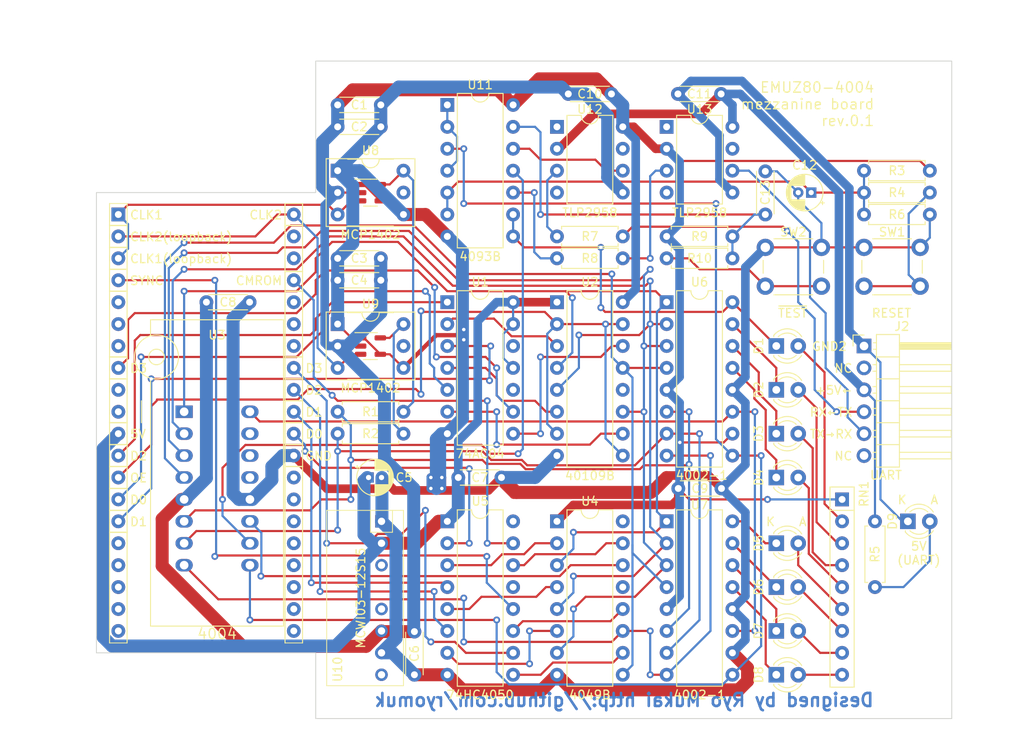
<source format=kicad_pcb>
(kicad_pcb (version 20221018) (generator pcbnew)
  (layers (0 "F.Cu" signal) (31 "B.Cu" signal) (34 "B.Paste" user) (35 "F.Paste" user) (36 "B.SilkS" user "B.Silkscreen") (37 "F.SilkS" user "F.Silkscreen") (38 "B.Mask" user) (39 "F.Mask" user) (44 "Edge.Cuts" user))
  (net 0 "")
  (net 1 "GND")
  (net 2 "+15V")
  (net 3 "+5V")
  (net 4 "GND2")
  (net 5 "VBUS")
  (net 6 "Net-(C13-Pad1)")
  (net 7 "Net-(C12-Pad1)")
  (net 8 "/comport/TX")
  (net 9 "Net-(D1-A)")
  (net 10 "Net-(D2-K)")
  (net 11 "Net-(D2-A)")
  (net 12 "Net-(D3-K)")
  (net 13 "Net-(D3-A)")
  (net 14 "Net-(D4-K)")
  (net 15 "Net-(D4-A)")
  (net 16 "Net-(D5-K)")
  (net 17 "Net-(D5-A)")
  (net 18 "Net-(D6-K)")
  (net 19 "Net-(D6-A)")
  (net 20 "Net-(D7-K)")
  (net 21 "Net-(D7-A)")
  (net 22 "Net-(D8-K)")
  (net 23 "Net-(D8-A)")
  (net 24 "Net-(D9-A)")
  (net 25 "CLKIN1")
  (net 26 "CLKIN2")
  (net 27 "SYNC")
  (net 31 "DOUT3")
  (net 34 "DOUT2")
  (net 35 "DOE")
  (net 36 "DOUT0")
  (net 37 "DOUT1")
  (net 51 "DIN0")
  (net 52 "DIN1")
  (net 53 "DIN2")
  (net 54 "DIN3")
  (net 58 "CMROM")
  (net 62 "Net-(J2-Pin_4)")
  (net 63 "Net-(J2-Pin_5)")
  (net 65 "Net-(U8-OUT)")
  (net 66 "Net-(U3-CLK1)")
  (net 67 "Net-(U9-OUT)")
  (net 68 "Net-(U3-CLK2)")
  (net 69 "Net-(R4-Pad1)")
  (net 70 "Net-(U12-K)")
  (net 71 "Net-(R8-Pad1)")
  (net 72 "Net-(U13-K)")
  (net 73 "Net-(R10-Pad1)")
  (net 74 "Net-(U2-A)")
  (net 75 "Net-(U2-B)")
  (net 76 "Net-(U2-C)")
  (net 77 "Net-(U2-D)")
  (net 80 "Net-(U2-OUTA)")
  (net 81 "Net-(U2-OUTB)")
  (net 82 "Net-(U2-OUTC)")
  (net 83 "Net-(U2-OUTD)")
  (net 84 "Net-(U3-SYNC)")
  (net 85 "/comport/RESET")
  (net 86 "/comport/TEST")
  (net 87 "Net-(U3-CMROM)")
  (net 91 "Net-(U3-CMRAM0)")
  (net 92 "Net-(U4-O1)")
  (net 93 "Net-(U4-O2)")
  (net 94 "Net-(U4-O3)")
  (net 95 "Net-(U4-O4)")
  (net 96 "Net-(U4-O5)")
  (net 98 "Net-(U4-O6)")
  (net 105 "Net-(U11-Pad1)")
  (net 106 "Net-(U12-Vo)")
  (footprint "000_MyFootprint:LED_D3.0mm" (layer "F.Cu") (at 78.74 43.18)
    (fp_text reference "D3")
    (fp_text value "LED")
  )
  (footprint "000_MyFootprint:MountingHole_3mm" (layer "F.Cu") (at 93.98 71.12)
    (fp_text reference "REF**")
    (fp_text value "MountingHole_3mm")
  )
  (footprint "000_MyFootprint:DIP-16_W7.62mm" (layer "F.Cu") (at 66.04 53.34)
    (fp_text reference "U7")
    (fp_text value "4002-1")
  )
  (footprint "000_MyFootprint:DIP-16_W7.62mm" (layer "F.Cu") (at 53.34 53.34)
    (fp_text reference "U4")
    (fp_text value "4049B")
  )
  (footprint "000_MyFootprint:C_Disc_D4.7mm_W2.5mm_P5.00mm" (layer "F.Cu") (at 77.47 17.78 90)
    (fp_text reference "C13")
    (fp_text value "1uF")
  )
  (footprint "000_MyFootprint:DIP-16_W7.62mm" (layer "F.Cu") (at 66.04 27.94)
    (fp_text reference "U6")
    (fp_text value "4002-1")
  )
  (footprint "000_MyFootprint:DIP-16_W7.62mm" (layer "F.Cu") (at 40.64 53.34)
    (fp_text reference "U5")
    (fp_text value "74HC4050")
  )
  (footprint "000_MyFootprint:R_Axial_DIN0207_L6.3mm_D2.5mm_P7.62mm_Horizontal" (layer "F.Cu") (at 96.52 12.7 180)
    (fp_text reference "R3")
    (fp_text value "10k")
  )
  (footprint "000_MyFootprint:DIP-8_W7.62mm" (layer "F.Cu") (at 53.34 7.62)
    (fp_text reference "U12")
    (fp_text value "TLP2958")
  )
  (footprint "000_MyFootprint:R_Axial_DIN0207_L6.3mm_D2.5mm_P7.62mm_Horizontal" (layer "F.Cu") (at 66.04 22.86)
    (fp_text reference "R10")
    (fp_text value "1k")
  )
  (footprint "000_MyFootprint:MountingHole_3mm" (layer "F.Cu") (at 93.98 5.08)
    (fp_text reference "REF**")
    (fp_text value "MountingHole_3mm")
  )
  (footprint "000_MyFootprint:C_Disc_D4.3mm_W1.9mm_P5.00mm" (layer "F.Cu") (at 12.74 27.94)
    (fp_text reference "C8")
    (fp_text value "0.1uF")
  )
  (footprint "Resistor_THT:R_Array_SIP9" (layer "F.Cu") (at 86.36 50.8 -90)
    (fp_text reference "RN1")
    (fp_text value "100k")
  )
  (footprint "000_MyFootprint:R_Axial_DIN0207_L6.3mm_D2.5mm_P7.62mm_Horizontal" (layer "F.Cu") (at 60.96 20.32 180)
    (fp_text reference "R7")
    (fp_text value "1k")
  )
  (footprint "000_MyFootprint:CP_Radial_D4.0mm_P1.50mm" (layer "F.Cu") (at 31.52 48.26)
    (fp_text reference "C5")
    (fp_text value "10uF")
  )
  (footprint "000_MyFootprint:C_Disc_D4.3mm_W1.9mm_P5.00mm" (layer "F.Cu") (at 67.39 49.53)
    (fp_text reference "C9")
    (fp_text value "0.1uF")
  )
  (footprint "000_MyFootprint:DIP-6_W7.62mm_Socket_5pin" (layer "F.Cu") (at 27.94 30.48)
    (fp_text reference "U9")
    (fp_text value "MCP1402")
  )
  (footprint "000_MyFootprint:DIP-16_W7.62mm" (layer "F.Cu") (at 53.34 27.94)
    (fp_text reference "U2")
    (fp_text value "40109B")
  )
  (footprint "000_MyFootprint:LED_D3.0mm" (layer "F.Cu") (at 78.74 55.88)
    (fp_text reference "D5")
    (fp_text value "LED")
  )
  (footprint "000_MyFootprint:LED_D3.0mm" (layer "F.Cu") (at 78.74 48.26)
    (fp_text reference "D4")
    (fp_text value "LED")
  )
  (footprint "000_MyFootprint:SIP-8_without4pin_for_DCDC" (layer "F.Cu") (at 33.02 53.34 -90)
    (fp_text reference "U10")
    (fp_text value "MCWI03-12S15")
  )
  (footprint "000_MyFootprint:C_Disc_D4.7mm_W2.5mm_P5.00mm" (layer "F.Cu") (at 36.83 66.12 -90)
    (fp_text reference "C6")
    (fp_text value "3.3uF")
  )
  (footprint "000_MyFootprint:SW_PUSH_6mm_H4.3mm" (layer "F.Cu") (at 77.47 21.59)
    (fp_text reference "SW2")
    (fp_text value "~{TEST}")
  )
  (footprint "000_MyFootprint:LED_D3.0mm" (layer "F.Cu") (at 78.74 66.04)
    (fp_text reference "D7")
    (fp_text value "LED")
  )
  (footprint "000_MyFootprint:C_Disc_D4.3mm_W1.9mm_P5.00mm" (layer "F.Cu") (at 32.94 7.62 180)
    (fp_text reference "C2")
    (fp_text value "0.1uF")
  )
  (footprint "000_MyFootprint:SW_PUSH_6mm_H4.3mm" (layer "F.Cu") (at 88.9 21.59)
    (fp_text reference "SW1")
    (fp_text value "RESET")
  )
  (footprint "000_MyFootprint:SOT-23-5" (layer "F.Cu") (at 31.74 33.03)
    (fp_text reference "REF**" hide)
    (fp_text value "SOT-23-5")
  )
  (footprint "000_MyFootprint:DIP-14_W7.62mm" (layer "F.Cu") (at 40.64 5.08)
    (fp_text reference "U11")
    (fp_text value "4093B")
  )
  (footprint "000_MyFootprint:DIP-14_W7.62mm" (layer "F.Cu") (at 40.64 27.94)
    (fp_text reference "U1")
    (fp_text value "74AC04")
  )
  (footprint "000_MyFootprint:C_Disc_D4.3mm_W1.9mm_P5.00mm" (layer "F.Cu") (at 27.94 25.4)
    (fp_text reference "C4")
    (fp_text value "0.1uF")
  )
  (footprint "000_MyFootprint:SOT-23-5" (layer "F.Cu") (at 31.74 15.25)
    (fp_text reference "REF**" hide)
    (fp_text value "SOT-23-5")
  )
  (footprint "000_MyFootprint:DIP_Socket-16_W4.3_W5.08_W7.62_W10.16_W10.9_3M_216-3340-00-0602J" (layer "F.Cu") (at 10.16 40.64)
    (fp_text reference "U3")
    (fp_text value "4004")
  )
  (footprint "000_MyFootprint:R_Axial_DIN0207_L6.3mm_D2.5mm_P7.62mm_Horizontal" (layer "F.Cu") (at 35.56 40.64 180)
    (fp_text reference "R1")
    (fp_text value "110")
  )
  (footprint "000_MyFootprint:C_Disc_D4.3mm_W1.9mm_P5.00mm" (layer "F.Cu") (at 27.94 22.86)
    (fp_text reference "C3")
    (fp_text value "1uF")
  )
  (footprint "000_MyFootprint:C_Disc_D4.3mm_W1.9mm_P5.00mm" (layer "F.Cu") (at 54.65 3.81)
    (fp_text reference "C10")
    (fp_text value "0.1uF")
  )
  (footprint "000_MyFootprint:DIP-8_W7.62mm" (layer "F.Cu") (at 66.04 7.62)
    (fp_text reference "U13")
    (fp_text value "TLP2958")
  )
  (footprint "000_MyFootprint:R_Axial_DIN0207_L6.3mm_D2.5mm_P7.62mm_Horizontal" (layer "F.Cu") (at 66.04 20.32)
    (fp_text reference "R9")
    (fp_text value "10k")
  )
  (footprint "000_MyFootprint:LED_D3.0mm" (layer "F.Cu") (at 78.74 71.12)
    (fp_text reference "D8")
    (fp_text value "LED")
  )
  (footprint "000_MyFootprint:R_Axial_DIN0207_L6.3mm_D2.5mm_P7.62mm_Horizontal" (layer "F.Cu") (at 53.34 22.86)
    (fp_text reference "R8")
    (fp_text value "4.7k")
  )
  (footprint "000_MyFootprint:LED_D3.0mm" (layer "F.Cu") (at 78.74 38.1)
    (fp_text reference "D2")
    (fp_text value "LED")
  )
  (footprint "000_MyFootprint:C_Disc_D4.3mm_W1.9mm_P5.00mm" (layer "F.Cu") (at 41.91 48.26)
    (fp_text reference "C7")
    (fp_text value "0.1uF")
  )
  (footprint "000_MyFootprint:DIP-40_W20.32mm800mil_Socket" (layer "F.Cu") (at 2.54 17.78)
    (fp_text reference "J1")
    (fp_text value "Conn_02x20")
  )
  (footprint "000_MyFootprint:R_Axial_DIN0207_L6.3mm_D2.5mm_P7.62mm_Horizontal" (layer "F.Cu") (at 90.17 60.96 90)
    (fp_text reference "R5")
    (fp_text value "47k")
  )
  (footprint "000_MyFootprint:LED_D3.0mm" (layer "F.Cu") (at 78.74 60.96)
    (fp_text reference "D6")
    (fp_text value "LED")
  )
  (footprint "000_MyFootprint:LED_D3.0mm" (layer "F.Cu") (at 93.98 53.34)
    (fp_text reference "D9")
    (fp_text value "YELLOW")
  )
  (footprint "000_MyFootprint:LED_D3.0mm" (layer "F.Cu") (at 78.74 33.02)
    (fp_text reference "D1")
    (fp_text value "LED")
  )
  (footprint "000_MyFootprint:R_Axial_DIN0207_L6.3mm_D2.5mm_P7.62mm_Horizontal" (layer "F.Cu") (at 35.56 43.18 180)
    (fp_text reference "R2")
    (fp_text value "110")
  )
  (footprint "000_MyFootprint:DIP-6_W7.62mm_Socket_5pin" (layer "F.Cu") (at 27.94 12.7)
    (fp_text reference "U8")
    (fp_text value "MCP1402")
  )
  (footprint "000_MyFootprint:PinHeader_1x06_P2.54mm_Horizontal" (layer "F.Cu") (at 88.9 33.02)
    (fp_text reference "J2")
    (fp_text value "UART")
  )
  (footprint "000_MyFootprint:R_Axial_DIN0207_L6.3mm_D2.5mm_P7.62mm_Horizontal" (layer "F.Cu") (at 88.9 17.78)
    (fp_text reference "R6")
    (fp_text value "100k")
  )
  (footprint "000_MyFootprint:C_Disc_D4.3mm_W1.9mm_P5.00mm" (layer "F.Cu") (at 67.35 3.81)
    (fp_text reference "C11")
    (fp_text value "0.1uF")
  )
  (footprint "000_MyFootprint:CP_Radial_D4.0mm_P1.50mm" (layer "F.Cu") (at 82.78 15.24 180)
    (fp_text reference "C12")
    (fp_text value "10uF")
  )
  (footprint "000_MyFootprint:C_Disc_D4.3mm_W1.9mm_P5.00mm" (layer "F.Cu") (at 32.94 5.08 180)
    (fp_text reference "C1")
    (fp_text value "1uF")
  )
  (footprint "000_MyFootprint:R_Axial_DIN0207_L6.3mm_D2.5mm_P7.62mm_Horizontal" (layer "F.Cu") (at 96.52 15.24 180)
    (fp_text reference "R4")
    (fp_text value "1k")
  )
  (gr_line (start 1.524 54.61) (end 3.556 54.61) (stroke (width 0.15)) (layer "F.SilkS"))
  (gr_line (start 1.524 19.05) (end 3.556 19.05) (stroke (width 0.15)) (layer "F.SilkS"))
  (gr_line (start 1.524 46.99) (end 3.556 46.99) (stroke (width 0.15)) (layer "F.SilkS"))
  (gr_line (start 1.524 24.13) (end 3.556 24.13) (stroke (width 0.15)) (layer "F.SilkS"))
  (gr_line (start 21.844 36.83) (end 23.876 36.83) (stroke (width 0.15)) (layer "F.SilkS"))
  (gr_line (start 1.524 21.59) (end 3.556 21.59) (stroke (width 0.15)) (layer "F.SilkS"))
  (gr_line (start 1.524 26.67) (end 3.556 26.67) (stroke (width 0.15)) (layer "F.SilkS"))
  (gr_line (start 1.524 44.45) (end 3.556 44.45) (stroke (width 0.15)) (layer "F.SilkS"))
  (gr_line (start 1.524 52.07) (end 3.556 52.07) (stroke (width 0.15)) (layer "F.SilkS"))
  (gr_line (start 1.524 49.53) (end 3.556 49.53) (stroke (width 0.15)) (layer "F.SilkS"))
  (gr_line (start 21.844 46.99) (end 23.876 46.99) (stroke (width 0.15)) (layer "F.SilkS"))
  (gr_line (start 21.844 34.29) (end 23.876 34.29) (stroke (width 0.15)) (layer "F.SilkS"))
  (gr_line (start 21.844 39.37) (end 23.876 39.37) (stroke (width 0.15)) (layer "F.SilkS"))
  (gr_line (start 21.844 44.45) (end 23.876 44.45) (stroke (width 0.15)) (layer "F.SilkS"))
  (gr_line (start 21.844 24.384) (end 23.876 24.384) (stroke (width 0.15)) (layer "F.SilkS"))
  (gr_line (start 21.844 26.67) (end 23.876 26.67) (stroke (width 0.15)) (layer "F.SilkS"))
  (gr_line (start 21.844 41.91) (end 23.876 41.91) (stroke (width 0.15)) (layer "F.SilkS"))
  (gr_line (start 1.524 41.91) (end 3.556 41.91) (stroke (width 0.15)) (layer "F.SilkS"))
  (gr_line (start 21.844 19.05) (end 23.876 19.05) (stroke (width 0.15)) (layer "F.SilkS"))
  (gr_line (start 1.524 34.29) (end 3.556 34.29) (stroke (width 0.15)) (layer "F.SilkS"))
  (gr_line (start 1.524 36.83) (end 3.556 36.83) (stroke (width 0.15)) (layer "F.SilkS"))
  (gr_poly locked (pts (xy 0 15.24) (xy 0 68.58) (xy 25.4 68.58) (xy 25.4 76.2) (xy 99.06 76.2) (xy 99.06 0) (xy 25.4 0) (xy 25.4 15.24)) (stroke (width 0.1)) (fill none) (layer "Edge.Cuts"))
  (gr_text "Designed by Ryo Mukai http://github.com/ryomuk" (at 90.17 74.93) (layer "B.Cu") (effects (font (size 1.5 1.5) (thickness 0.3) bold) (justify left bottom mirror)))
  (gr_text "D2" (at 24.13 38.735) (layer "F.SilkS") (effects (font (size 1 1)) (justify left bottom)))
  (gr_text "+5V←" (at 87.63 38.735) (layer "F.SilkS") (effects (font (size 1 1)) (justify right bottom)))
  (gr_text "GND" (at 24.13 46.355) (layer "F.SilkS") (effects (font (size 1 1)) (justify left bottom)))
  (gr_text "D0" (at 3.81 51.435) (layer "F.SilkS") (effects (font (size 1 1)) (justify left bottom)))
  (gr_text "D1" (at 3.81 53.975) (layer "F.SilkS") (effects (font (size 1 1)) (justify left bottom)))
  (gr_text "5V\n(UART)" (at 95.25 58.42) (layer "F.SilkS") (effects (font (size 1 1)) (justify bottom)))
  (gr_text "CLK2" (at 21.59 18.415) (layer "F.SilkS") (effects (font (size 1 1)) (justify right bottom)))
  (gr_text "GND2" (at 86.995 33.655) (layer "F.SilkS") (effects (font (size 1 1)) (justify right bottom)))
  (gr_text "NC" (at 87.63 46.355) (layer "F.SilkS") (effects (font (size 1 1)) (justify right bottom)))
  (gr_text "D1" (at 24.13 41.275) (layer "F.SilkS") (effects (font (size 1 1)) (justify left bottom)))
  (gr_text "CMROM" (at 21.59 26.035) (layer "F.SilkS") (effects (font (size 1 1)) (justify right bottom)))
  (gr_text "RX←TX" (at 87.63 41.275) (layer "F.SilkS") (effects (font (size 1 1)) (justify right bottom)))
  (gr_text "K" (at 92.71 51.435) (layer "F.SilkS") (effects (font (size 1 1)) (justify left bottom)))
  (gr_text "TX→RX" (at 87.63 43.815) (layer "F.SilkS") (effects (font (size 1 1)) (justify right bottom)))
  (gr_text "5V" (at 3.81 43.815) (layer "F.SilkS") (effects (font (size 1 1)) (justify left bottom)))
  (gr_text "A" (at 81.28 53.975) (layer "F.SilkS") (effects (font (size 1 1)) (justify left bottom)))
  (gr_text "A" (at 96.52 51.435) (layer "F.SilkS") (effects (font (size 1 1)) (justify left bottom)))
  (gr_text "CLK1(loopback)" (at 3.81 23.495) (layer "F.SilkS") (effects (font (size 1 1)) (justify left bottom)))
  (gr_text "NC" (at 87.63 36.195) (layer "F.SilkS") (effects (font (size 1 1)) (justify right bottom)))
  (gr_text "EMUZ80-4004\nmezzanine board\nrev.0.1" (at 90.17 7.62) (layer "F.SilkS") (effects (font (size 1.2 1.2)) (justify right bottom)))
  (gr_text "D3" (at 24.13 36.195) (layer "F.SilkS") (effects (font (size 1 1)) (justify left bottom)))
  (gr_text "CLK1" (at 3.81 18.415) (layer "F.SilkS") (effects (font (size 1 1)) (justify left bottom)))
  (gr_text "SYNC" (at 3.81 26.035) (layer "F.SilkS") (effects (font (size 1 1)) (justify left bottom)))
  (gr_text "D3" (at 3.81 36.195) (layer "F.SilkS") (effects (font (size 1 1)) (justify left bottom)))
  (gr_text "D0" (at 24.13 43.815) (layer "F.SilkS") (effects (font (size 1 1)) (justify left bottom)))
  (gr_text "CLK2(loopback)" (at 3.81 20.955) (layer "F.SilkS") (effects (font (size 1 1)) (justify left bottom)))
  (gr_text "OE" (at 3.81 48.895) (layer "F.SilkS") (effects (font (size 1 1)) (justify left bottom)))
  (gr_text "D2" (at 3.81 46.355) (layer "F.SilkS") (effects (font (size 1 1)) (justify left bottom)))
  (gr_text "K" (at 77.47 53.975) (layer "F.SilkS") (effects (font (size 1 1)) (justify left bottom)))
  (segment (start 48.33 50.235) (end 46.91 48.815) (width 1) (layer "F.Cu") (net 1))
  (segment (start 64.209 49.985) (end 64.41 49.784) (width 1.5) (layer "F.Cu") (net 1))
  (segment (start 32.8775 33.970749) (end 30.986751 32.08) (width 0.25) (layer "F.Cu") (net 1))
  (segment (start 46.91 48.815) (end 46.91 48.26) (width 1) (layer "F.Cu") (net 1))
  (segment (start 39.35 31.77) (end 42.0195 31.77) (width 0.5) (layer "F.Cu") (net 1))
  (segment (start 32.99 49.56) (end 33.02 49.53) (width 1) (layer "F.Cu") (net 1))
  (segment (start 32.8775 33.98) (end 32.8775 33.970749) (width 0.25) (layer "F.Cu") (net 1))
  (segment (start 26.7 49.56) (end 32.99 49.56) (width 1) (layer "F.Cu") (net 1))
  (segment (start 64.135 50.235) (end 48.33 50.235) (width 1) (layer "F.Cu") (net 1))
  (segment (start 42.545 32.2955) (end 42.545 31.115) (width 0.5) (layer "F.Cu") (net 1))
  (segment (start 74.384874 72.87) (end 75.41 71.844874) (width 1.5) (layer "F.Cu") (net 1))
  (segment (start 45.41 49.76) (end 34.52 49.76) (width 1) (layer "F.Cu") (net 1))
  (segment (start 29.54 32.08) (end 27.94 30.48) (width 0.25) (layer "F.Cu") (net 1))
  (segment (start 42.0195 31.77) (end 42.545 32.2955) (width 0.5) (layer "F.Cu") (net 1))
  (segment (start 53.34 71.12) (end 55.09 72.87) (width 1.5) (layer "F.Cu") (net 1))
  (segment (start 51.59 72.87) (end 53.34 71.12) (width 1.5) (layer "F.Cu") (net 1))
  (segment (start 30.6025 32.08) (end 29.54 32.08) (width 0.25) (layer "F.Cu") (net 1))
  (segment (start 70.89 48.03) (end 66.34 48.03) (width 1) (layer "F.Cu") (net 1))
  (segment (start 88.9 21.59) (end 83.97 21.59) (width 0.25) (layer "F.Cu") (net 1))
  (segment (start 64.516 49.784) (end 66.04 48.26) (width 1.5) (layer "F.Cu") (net 1))
  (segment (start 34.52 49.76) (end 33.02 48.26) (width 1) (layer "F.Cu") (net 1))
  (segment (start 55.09 72.87) (end 74.384874 72.87) (width 1.5) (layer "F.Cu") (net 1))
  (segment (start 83.97 21.59) (end 77.47 21.59) (width 0.25) (layer "F.Cu") (net 1))
  (segment (start 29.54 14.3) (end 27.94 12.7) (width 0.25) (layer "F.Cu") (net 1))
  (segment (start 38.735 48.26) (end 38.735 49.53) (width 1) (layer "F.Cu") (net 1))
  (segment (start 22.86 45.72) (end 26.7 49.56) (width 1) (layer "F.Cu") (net 1))
  (segment (start 40.64 71.12) (end 42.39 72.87) (width 1.5) (layer "F.Cu") (net 1))
  (segment (start 95.4 21.59) (end 88.9 21.59) (width 0.25) (layer "F.Cu") (net 1))
  (segment (start 48.635 49.985) (end 64.209 49.985) (width 1.5) (layer "F.Cu") (net 1))
  (segment (start 32.8775 16.2) (end 33.98 16.2) (width 0.25) (layer "F.Cu") (net 1))
  (segment (start 75.41 70.33) (end 73.66 68.58) (width 1.5) (layer "F.Cu") (net 1))
  (segment (start 33.98 33.98) (end 35.56 35.56) (width 0.25) (layer "F.Cu") (net 1))
  (segment (start 33.98 16.2) (end 35.56 17.78) (width 0.25) (layer "F.Cu") (net 1))
  (segment (start 30.6025 14.3) (end 29.54 14.3) (width 0.25) (layer "F.Cu") (net 1))
  (segment (start 33.02 49.53) (end 33.02 48.26) (width 1) (layer "F.Cu") (net 1))
  (segment (start 40.005 49.53) (end 38.735 49.53) (width 1) (layer "F.Cu") (net 1))
  (segment (start 42.39 72.87) (end 51.59 72.87) (width 1.5) (layer "F.Cu") (net 1))
  (segment (start 40.005 49.53) (end 38.735 48.26) (width 1) (layer "F.Cu") (net 1))
  (segment (start 66.34 48.03) (end 64.135 50.235) (width 1) (layer "F.Cu") (net 1))
  (segment (start 36.83 71.12) (end 40.64 71.12) (width 1.5) (layer "F.Cu") (net 1))
  (segment (start 72.39 49.53) (end 70.89 48.03) (width 1) (layer "F.Cu") (net 1))
  (segment (start 40.005 48.26) (end 38.735 48.26) (width 1) (layer "F.Cu") (net 1))
  (segment (start 32.8775 33.98) (end 33.98 33.98) (width 0.25) (layer "F.Cu") (net 1))
  (segment (start 46.91 48.26) (end 48.635 49.985) (width 1.5) (layer "F.Cu") (net 1))
  (segment (start 35.56 17.78) (end 38.1 17.78) (width 1.5) (layer "F.Cu") (net 1))
  (segment (start 40.005 49.53) (end 40.005 48.26) (width 1) (layer "F.Cu") (net 1))
  (segment (start 46.91 48.26) (end 45.41 49.76) (width 1) (layer "F.Cu") (net 1))
  (segment (start 30.6025 14.3) (end 30.986751 14.3) (width 0.25) (layer "F.Cu") (net 1))
  (segment (start 64.41 49.784) (end 64.516 49.784) (width 1.5) (layer "F.Cu") (net 1))
  (segment (start 38.1 17.78) (end 40.64 20.32) (width 1.5) (layer "F.Cu") (net 1))
  (segment (start 42.545 31.115) (end 41.91 31.75) (width 0.5) (layer "F.Cu") (net 1))
  (segment (start 32.8775 16.190749) (end 32.8775 16.2) (width 0.25) (layer "F.Cu") (net 1))
  (segment (start 35.56 35.56) (end 39.35 31.77) (width 0.5) (layer "F.Cu") (net 1))
  (segment (start 30.986751 32.08) (end 30.6025 32.08) (width 0.25) (layer "F.Cu") (net 1))
  (segment (start 75.41 71.844874) (end 75.41 70.33) (width 1.5) (layer "F.Cu") (net 1))
  (segment (start 30.986751 14.3) (end 32.8775 16.190749) (width 0.25) (layer "F.Cu") (net 1))
  (via (at 42.545 32.2955) (size 0.8) (drill 0.4) (layers "F.Cu" "B.Cu") (net 1))
  (via (at 42.545 31.115) (size 0.8) (drill 0.4) (layers "F.Cu" "B.Cu") (net 1))
  (via (at 38.735 48.26) (size 0.8) (drill 0.4) (layers "F.Cu" "B.Cu") (net 1))
  (via (at 40.005 48.26) (size 0.8) (drill 0.4) (layers "F.Cu" "B.Cu") (net 1))
  (via (at 38.735 49.53) (size 0.8) (drill 0.4) (layers "F.Cu" "B.Cu") (net 1))
  (via (at 40.005 49.53) (size 0.8) (drill 0.4) (layers "F.Cu" "B.Cu") (net 1))
  (segment (start 75.16 65) (end 73.66 63.5) (width 1) (layer "B.Cu") (net 1))
  (segment (start 20.32 46.99) (end 21.59 45.72) (width 1.5) (layer "B.Cu") (net 1))
  (segment (start 40.005 43.815) (end 40.005 49.53) (width 1) (layer "B.Cu") (net 1))
  (segment (start 83.97 18.778528) (end 83.97 21.59) (width 0.25) (layer "B.Cu") (net 1))
  (segment (start 54.65 3.81) (end 56.642 3.81) (width 1.5) (layer "B.Cu") (net 1))
  (segment (start 40.005 49.53) (end 38.735 48.26) (width 1) (layer "B.Cu") (net 1))
  (segment (start 27.94 12.7) (end 30.48 12.7) (width 1.5) (layer "B.Cu") (net 1))
  (segment (start 75.16 62) (end 75.16 52.3) (width 1) (layer "B.Cu") (net 1))
  (segment (start 34.695 56.609164) (end 34.72 56.584164) (width 1.5) (layer "B.Cu") (net 1))
  (segment (start 50.8 48.26) (end 53.34 45.72) (width 1.5) (layer "B.Cu") (net 1))
  (segment (start 27.94 12.7) (end 27.94 12.62) (width 1.5) (layer "B.Cu") (net 1))
  (segment (start 17.74 27.94) (end 15.83 29.85) (width 1.5) (layer "B.Cu") (net 1))
  (segment (start 59.21 13.49) (end 60.96 15.24) (width 1.5) (layer "B.Cu") (net 1))
  (segment (start 39.37 43.815) (end 39.37 49.53) (width 1.5) (layer "B.Cu") (net 1))
  (segment (start 40.005 49.53) (end 38.735 49.53) (width 1) (layer "B.Cu") (net 1))
  (segment (start 75.16 52.3) (end 72.39 49.53) (width 1) (layer "B.Cu") (net 1))
  (segment (start 18.06 50.8) (end 20.32 48.54) (width 1.5) (layer "B.Cu") (net 1))
  (segment (start 32.94 5.08) (end 35.009999 3.010001) (width 1.5) (layer "B.Cu") (net 1))
  (segment (start 75.16 46.76) (end 72.39 49.53) (width 1) (layer "B.Cu") (net 1))
  (segment (start 35.009999 3.010001) (end 53.850001 3.010001) (width 1.5) (layer "B.Cu") (net 1))
  (segment (start 75.16 39.6) (end 75.16 46.76) (width 1) (layer "B.Cu") (net 1))
  (segment (start 34.29 68.58) (end 36.83 71.12) (width 1.5) (layer "B.Cu") (net 1))
  (segment (start 73.66 63.5) (end 75.16 62) (width 1) (layer "B.Cu") (net 1))
  (segment (start 81.28 15.24) (end 81.28 16.088528) (width 0.25) (layer "B.Cu") (net 1))
  (segment (start 53.850001 3.010001) (end 54.65 3.81) (width 1.5) (layer "B.Cu") (net 1))
  (segment (start 38.735 49.53) (end 38.735 48.26) (width 1) (layer "B.Cu") (net 1))
  (segment (start 73.66 68.58) (end 75.16 67.08) (width 1) (layer "B.Cu") (net 1))
  (segment (start 27.94 30.48) (end 27.94 22.86) (width 1.5) (layer "B.Cu") (net 1))
  (segment (start 27.94 22.86) (end 29.69 21.11) (width 1.5) (layer "B.Cu") (net 1))
  (segment (start 46.91 48.26) (end 50.8 48.26) (width 1.5) (layer "B.Cu") (net 1))
  (segment (start 75.16 36.6) (end 75.16 23.9) (width 1) (layer "B.Cu") (net 1))
  (segment (start 96.52 20.47) (end 95.4 21.59) (width 0.25) (layer "B.Cu") (net 1))
  (segment (start 56.642 3.81) (end 59.21 6.378) (width 1.5) (layer "B.Cu") (net 1))
  (segment (start 34.695 66.905) (end 34.695 56.609164) (width 1.5) (layer "B.Cu") (net 1))
  (segment (start 17.78 50.8) (end 18.06 50.8) (width 1.5) (layer "B.Cu") (net 1))
  (segment (start 32.94 7.62) (end 32.94 5.08) (width 1.5) (layer "B.Cu") (net 1))
  (segment (start 21.59 45.72) (end 22.86 45.72) (width 1.5) (layer "B.Cu") (net 1))
  (segment (start 40.64 43.18) (end 40.005 43.815) (width 1) (layer "B.Cu") (net 1))
  (segment (start 15.83 29.85) (end 15.83 50.12) (width 1.5) (layer "B.Cu") (net 1))
  (segment (start 73.66 38.1) (end 75.16 39.6) (width 1) (layer "B.Cu") (net 1))
  (segment (start 30.48 12.7) (end 35.56 17.78) (width 1.5) (layer "B.Cu") (net 1))
  (segment (start 29.69 21.11) (end 29.69 14.45) (width 1.5) (layer "B.Cu") (net 1))
  (segment (start 96.52 17.78) (end 96.52 20.47) (width 0.25) (layer "B.Cu") (net 1))
  (segment (start 42.545 31.75) (end 42.545 31.2045) (width 0.5) (layer "B.Cu") (net 1))
  (segment (start 33.02 68.58) (end 34.695 66.905) (width 1.5) (layer "B.Cu") (net 1))
  (segment (start 73.66 38.1) (end 75.16 36.6) (width 1) (layer "B.Cu") (net 1))
  (segment (start 81.28 16.088528) (end 83.97 18.778528) (width 0.25) (layer "B.Cu") (net 1))
  (segment (start 34.72 56.584164) (end 34.72 55.04) (width 1.5) (layer "B.Cu") (net 1))
  (segment (start 59.21 6.378) (end 59.21 13.49) (width 1.5) (layer "B.Cu") (net 1))
  (segment (start 16.51 50.8) (end 17.78 50.8) (width 1.5) (layer "B.Cu") (net 1))
  (segment (start 33.07 53.29) (end 33.07 48.26) (width 1.5) (layer "B.Cu") (net 1))
  (segment (start 33.02 68.58) (end 34.29 68.58) (width 1.5) (layer "B.Cu") (net 1))
  (segment (start 75.16 23.9) (end 77.47 21.59) (width 1) (layer "B.Cu") (net 1))
  (segment (start 40.64 20.32) (end 42.39 22.07) (width 1.5) (layer "B.Cu") (net 1))
  (segment (start 34.72 55.04) (end 33.02 53.34) (width 1.5) (layer "B.Cu") (net 1))
  (segment (start 40.64 43.18) (end 40.005 43.18) (width 1.5) (layer "B.Cu") (net 1))
  (segment (start 40.005 43.18) (end 39.37 43.815) (width 1.5) (layer "B.Cu") (net 1))
  (segment (start 81.28 15.24) (end 78.82 12.78) (width 0.25) (layer "B.Cu") (net 1))
  (segment (start 78.82 12.78) (end 77.47 12.78) (width 0.25) (layer "B.Cu") (net 1))
  (segment (start 27.94 12.62) (end 32.94 7.62) (width 1.5) (layer "B.Cu") (net 1))
  (segment (start 20.32 48.54) (end 20.32 46.99) (width 1.5) (layer "B.Cu") (net 1))
  (segment (start 75.16 67.08) (end 75.16 65) (width 1) (layer "B.Cu") (net 1))
  (segment (start 42.39 22.07) (end 42.39 41.43) (width 1.5) (layer "B.Cu") (net 1))
  (segment (start 33.02 53.34) (end 33.07 53.29) (width 1.5) (layer "B.Cu") (net 1))
  (segment (start 38.735 48.26) (end 40.005 48.26) (width 1) (layer "B.Cu") (net 1))
  (segment (start 15.83 50.12) (end 16.51 50.8) (width 1.5) (layer "B.Cu") (net 1))
  (segment (start 29.69 14.45) (end 27.94 12.7) (width 1.5) (layer "B.Cu") (net 1))
  (segment (start 42.39 41.43) (end 40.64 43.18) (width 1.5) (layer "B.Cu") (net 1))
  (segment (start 30.6025 33.03) (end 30.5925 33.02) (width 0.25) (layer "F.Cu") (net 2))
  (segment (start 51.28 2.06) (end 57.9 2.06) (width 1.5) (layer "F.Cu") (net 2))
  (segment (start 64.77 10.16) (end 66.04 10.16) (width 1) (layer "F.Cu") (net 2))
  (segment (start 29.69 3.33) (end 46.51 3.33) (width 1.5) (layer "F.Cu") (net 2))
  (segment (start 73.66 43.18) (end 72.644 44.196) (width 0.25) (layer "F.Cu") (net 2))
  (segment (start 30.5925 33.02) (end 27.94 33.02) (width 0.25) (layer "F.Cu") (net 2))
  (segment (start 57.9 2.06) (end 59.65 3.81) (width 1.5) (layer "F.Cu") (net 2))
  (segment (start 96.52 12.7) (end 95.395 11.575) (width 0.25) (layer "F.Cu") (net 2))
  (segment (start 10.16 50.8) (end 9.88 50.8) (width 1.5) (layer "F.Cu") (net 2))
  (segment (start 36.83 66.12) (end 33.1 66.12) (width 1.5) (layer "F.Cu") (net 2))
  (segment (start 30.5925 15.24) (end 27.94 15.24) (width 0.25) (layer "F.Cu") (net 2))
  (segment (start 16.928263 67.83) (end 31.23 67.83) (width 1.5) (layer "F.Cu") (net 2))
  (segment (start 62.23 7.62) (end 64.77 10.16) (width 1) (layer "F.Cu") (net 2))
  (segment (start 9.88 50.8) (end 7.62 53.06) (width 1.5) (layer "F.Cu") (net 2))
  (segment (start 67.455 11.575) (end 66.04 10.16) (width 0.25) (layer "F.Cu") (net 2))
  (segment (start 66.675 51.435) (end 67.39 50.72) (width 1) (layer "F.Cu") (net 2))
  (segment (start 95.395 11.575) (end 67.455 11.575) (width 0.25) (layer "F.Cu") (net 2))
  (segment (start 31.23 67.83) (end 33.02 66.04) (width 1.5) (layer "F.Cu") (net 2))
  (segment (start 68.66 50.8) (end 67.39 49.53) (width 0.25) (layer "F.Cu") (net 2))
  (segment (start 46.51 3.33) (end 48.26 5.08) (width 1.5) (layer "F.Cu") (net 2))
  (segment (start 72.644 44.196) (end 67.564 44.196) (width 0.25) (layer "F.Cu") (net 2))
  (segment (start 53.34 53.34) (end 55.245 51.435) (width 1) (layer "F.Cu") (net 2))
  (segment (start 67.39 50.72) (end 67.39 49.53) (width 1) (layer "F.Cu") (net 2))
  (segment (start 30.6025 15.25) (end 30.5925 15.24) (width 0.25) (layer "F.Cu") (net 2))
  (segment (start 7.62 58.521737) (end 16.928263 67.83) (width 1.5) (layer "F.Cu") (net 2))
  (segment (start 77.724 50.8) (end 68.66 50.8) (width 0.25) (layer "F.Cu") (net 2))
  (segment (start 33.1 66.12) (end 33.02 66.04) (width 1.5) (layer "F.Cu") (net 2))
  (segment (start 48.26 5.08) (end 51.28 2.06) (width 1.5) (layer "F.Cu") (net 2))
  (segment (start 60.96 7.62) (end 62.23 7.62) (width 1) (layer "F.Cu") (net 2))
  (segment (start 55.245 51.435) (end 66.675 51.435) (width 1) (layer "F.Cu") (net 2))
  (segment (start 27.94 5.08) (end 29.69 3.33) (width 1.5) (layer "F.Cu") (net 2))
  (segment (start 7.62 53.06) (end 7.62 58.521737) (width 1.5) (layer "F.Cu") (net 2))
  (via (at 77.724 50.8) (size 0.8) (drill 0.4) (layers "F.Cu" "B.Cu") (net 2))
  (via (at 67.564 44.196) (size 0.8) (drill 0.4) (layers "F.Cu" "B.Cu") (net 2))
  (segment (start 12.74 27.94) (end 12.74 48.321737) (width 1.5) (layer "B.Cu") (net 2))
  (segment (start 33.36 38.44) (end 33.36 46.145837) (width 1.5) (layer "B.Cu") (net 2))
  (segment (start 67.54 21.82) (end 67.54 36.6) (width 1) (layer "B.Cu") (net 2))
  (segment (start 66.04 20.32) (end 67.54 21.82) (width 1) (layer "B.Cu") (net 2))
  (segment (start 27.94 7.62) (end 26.19 9.37) (width 1.5) (layer "B.Cu") (net 2))
  (segment (start 67.39 49.53) (end 67.54 49.68) (width 1) (layer "B.Cu") (net 2))
  (segment (start 26.19 9.37) (end 26.19 14.506) (width 1.5) (layer "B.Cu") (net 2))
  (segment (start 86.36 50.8) (end 77.724 50.8) (width 0.25) (layer "B.Cu") (net 2))
  (segment (start 26.924 15.24) (end 27.94 15.24) (width 1.5) (layer "B.Cu") (net 2))
  (segment (start 26.80863 33.02) (end 27.94 33.02) (width 1) (layer "B.Cu") (net 2))
  (segment (start 27.94 15.24) (end 26.44 16.74) (width 1) (layer "B.Cu") (net 2))
  (segment (start 36.75 66.04) (end 36.83 66.12) (width 1.5) (layer "B.Cu") (net 2))
  (segment (start 10.261737 50.8) (end 10.16 50.8) (width 1.5) (layer "B.Cu") (net 2))
  (segment (start 26.19 14.506) (end 26.924 15.24) (width 1.5) (layer "B.Cu") (net 2))
  (segment (start 67.54 11.66) (end 67.54 18.82) (width 1) (layer "B.Cu") (net 2))
  (segment (start 36.75 49.535837) (end 36.75 66.04) (width 1.5) (layer "B.Cu") (net 2))
  (segment (start 67.54 39.6) (end 67.54 49.38) (width 1) (layer "B.Cu") (net 2))
  (segment (start 60.96 27.94) (end 62.46 26.44) (width 1) (layer "B.Cu") (net 2))
  (segment (start 66.04 38.1) (end 67.54 39.6) (width 1) (layer "B.Cu") (net 2))
  (segment (start 67.54 49.38) (end 67.39 49.53) (width 1) (layer "B.Cu") (net 2))
  (segment (start 27.94 5.08) (end 27.94 7.62) (width 1.5) (layer "B.Cu") (net 2))
  (segment (start 26.44 32.65137) (end 26.80863 33.02) (width 1) (layer "B.Cu") (net 2))
  (segment (start 62.46 26.44) (end 62.46 9.12) (width 1) (layer "B.Cu") (net 2))
  (segment (start 33.36 46.145837) (end 36.75 49.535837) (width 1.5) (layer "B.Cu") (net 2))
  (segment (start 59.65 3.81) (end 60.96 5.12) (width 1.5) (layer "B.Cu") (net 2))
  (segment (start 32.94 22.86) (end 32.94 29.15137) (width 1.5) (layer "B.Cu") (net 2))
  (segment (start 67.54 49.68) (end 67.54 62) (width 1) (layer "B.Cu") (net 2))
  (segment (start 66.04 10.16) (end 67.54 11.66) (width 1) (layer "B.Cu") (net 2))
  (segment (start 12.74 48.321737) (end 10.261737 50.8) (width 1.5) (layer "B.Cu") (net 2))
  (segment (start 60.96 5.12) (end 60.96 7.62) (width 1.5) (layer "B.Cu") (net 2))
  (segment (start 67.54 36.6) (end 66.04 38.1) (width 1) (layer "B.Cu") (net 2))
  (segment (start 67.54 18.82) (end 66.04 20.32) (width 1) (layer "B.Cu") (net 2))
  (segment (start 29.07137 33.02) (end 27.94 33.02) (width 1.5) (layer "B.Cu") (net 2))
  (segment (start 27.94 33.02) (end 33.36 38.44) (width 1.5) (layer "B.Cu") (net 2))
  (segment (start 62.46 9.12) (end 60.96 7.62) (width 1) (layer "B.Cu") (net 2))
  (segment (start 32.94 29.15137) (end 29.07137 33.02) (width 1.5) (layer "B.Cu") (net 2))
  (segment (start 67.54 62) (end 66.04 63.5) (width 1) (layer "B.Cu") (net 2))
  (segment (start 26.44 16.74) (end 26.44 32.65137) (width 1) (layer "B.Cu") (net 2))
  (segment (start 37.084 55.88) (end 33.02 55.88) (width 1.5) (layer "F.Cu") (net 3))
  (segment (start 39.624 53.34) (end 37.084 55.88) (width 1.5) (layer "F.Cu") (net 3))
  (segment (start 53.34 27.94) (end 48.26 27.94) (width 1) (layer "F.Cu") (net 3))
  (segment (start 40.64 53.34) (end 39.624 53.34) (width 1.5) (layer "F.Cu") (net 3))
  (segment (start 41.91 52.07) (end 40.64 53.34) (width 1.5) (layer "B.Cu") (net 3))
  (segment (start 30.988 57.912) (end 33.02 55.88) (width 1.5) (layer "B.Cu") (net 3))
  (segment (start 47.135 34.435) (end 48.26 35.56) (width 0.25) (layer "B.Cu") (net 3))
  (segment (start 48.26 30.48) (end 47.135 31.605) (width 0.25) (layer "B.Cu") (net 3))
  (segment (start 30.988 54.873304) (end 30.988 48.642) (width 1.5) (layer "B.Cu") (net 3))
  (segment (start 46.355 27.94) (end 48.26 27.94) (width 1) (layer "B.Cu") (net 3))
  (segment (start 0.79 44.93) (end 0.79 66.764874) (width 1.5) (layer "B.Cu") (net 3))
  (segment (start 41.91 48.26) (end 41.91 52.07) (width 1.5) (layer "B.Cu") (net 3))
  (segment (start 1.815126 67.79) (end 27.714 67.79) (width 1.5) (layer "B.Cu") (net 3))
  (segment (start 41.91 44.031321) (end 44.1645 41.776821) (width 1) (layer "B.Cu") (net 3))
  (segment (start 48.26 27.94) (end 48.26 30.48) (width 0.25) (layer "B.Cu") (net 3))
  (segment (start 31.994696 55.88) (end 30.988 54.873304) (width 1.5) (layer "B.Cu") (net 3))
  (segment (start 27.714 67.79) (end 30.988 64.516) (width 1.5) (layer "B.Cu") (net 3))
  (segment (start 30.988 64.516) (end 30.988 57.912) (width 1.5) (layer "B.Cu") (net 3))
  (segment (start 2.54 43.18) (end 0.79 44.93) (width 1.5) (layer "B.Cu") (net 3))
  (segment (start 41.91 48.26) (end 41.91 44.031321) (width 1) (layer "B.Cu") (net 3))
  (segment (start 44.1645 30.1305) (end 46.355 27.94) (width 1) (layer "B.Cu") (net 3))
  (segment (start 47.135 31.605) (end 47.135 34.435) (width 0.25) (layer "B.Cu") (net 3))
  (segment (start 30.988 48.642) (end 31.37 48.26) (width 1.5) (layer "B.Cu") (net 3))
  (segment (start 44.1645 41.776821) (end 44.1645 30.1305) (width 1) (layer "B.Cu") (net 3))
  (segment (start 33.02 55.88) (end 31.994696 55.88) (width 1.5) (layer "B.Cu") (net 3))
  (segment (start 0.79 66.764874) (end 1.815126 67.79) (width 1.5) (layer "B.Cu") (net 3))
  (segment (start 72.16 13.74) (end 72.16 8.62) (width 1) (layer "B.Cu") (net 4))
  (segment (start 74.767056 2.31) (end 68.85 2.31) (width 1) (layer "B.Cu") (net 4))
  (segment (start 68.85 2.31) (end 67.35 3.81) (width 1) (layer "B.Cu") (net 4))
  (segment (start 87.2 14.742944) (end 74.767056 2.31) (width 1) (layer "B.Cu") (net 4))
  (segment (start 90.805 34.925) (end 90.805 50.8) (width 0.25) (layer "B.Cu") (net 4))
  (segment (start 90.805 50.8) (end 93.345 53.34) (width 0.25) (layer "B.Cu") (net 4))
  (segment (start 87.2 31.32) (end 87.2 14.742944) (width 1) (layer "B.Cu") (net 4))
  (segment (start 73.66 15.24) (end 72.16 13.74) (width 1) (layer "B.Cu") (net 4))
  (segment (start 72.16 8.62) (end 67.35 3.81) (width 1) (layer "B.Cu") (net 4))
  (segment (start 88.9 33.02) (end 90.805 34.925) (width 0.25) (layer "B.Cu") (net 4))
  (segment (start 88.9 33.02) (end 87.2 31.32) (width 1) (layer "B.Cu") (net 4))
  (segment (start 93.345 53.34) (end 93.98 53.34) (width 0.25) (layer "B.Cu") (net 4))
  (segment (start 70.04 6.12) (end 57.61 6.12) (width 1) (layer "F.Cu") (net 5))
  (segment (start 72.35 3.81) (end 70.04 6.12) (width 1) (layer "F.Cu") (net 5))
  (segment (start 53.57 10.16) (end 53.34 10.16) (width 1) (layer "F.Cu") (net 5))
  (segment (start 57.61 6.12) (end 53.57 10.16) (width 1) (layer "F.Cu") (net 5))
  (segment (start 86 15.24) (end 86 35.2) (width 1) (layer "B.Cu") (net 5))
  (segment (start 90.17 39.37) (end 90.17 53.34) (width 0.25) (layer "B.Cu") (net 5))
  (segment (start 73.62 5.08) (end 73.66 5.08) (width 1) (layer "B.Cu") (net 5))
  (segment (start 74.57 3.81) (end 86 15.24) (width 1) (layer "B.Cu") (net 5))
  (segment (start 88.9 38.1) (end 90.17 39.37) (width 0.25) (layer "B.Cu") (net 5))
  (segment (start 72.35 3.81) (end 74.57 3.81) (width 1) (layer "B.Cu") (net 5))
  (segment (start 73.66 5.08) (end 73.66 7.62) (width 1) (layer "B.Cu") (net 5))
  (segment (start 86 35.2) (end 88.9 38.1) (width 1) (layer "B.Cu") (net 5))
  (segment (start 72.35 3.81) (end 73.62 5.08) (width 1) (layer "B.Cu") (net 5))
  (segment (start 77.47 17.78) (end 51.435 17.78) (width 0.25) (layer "F.Cu") (net 6))
  (via (at 51.435 17.78) (size 0.8) (drill 0.4) (layers "F.Cu" "B.Cu") (net 6))
  (segment (start 76.2 17.78) (end 73.66 20.32) (width 0.25) (layer "B.Cu") (net 6))
  (segment (start 73.66 22.86) (end 73.66 20.32) (width 0.25) (layer "B.Cu") (net 6))
  (segment (start 77.47 17.78) (end 76.2 17.78) (width 0.25) (layer "B.Cu") (net 6))
  (segment (start 51.435 17.78) (end 51.435 8.255) (width 0.25) (layer "B.Cu") (net 6))
  (segment (start 51.435 8.255) (end 50.8 7.62) (width 0.25) (layer "B.Cu") (net 6))
  (segment (start 50.8 7.62) (end 48.26 7.62) (width 0.25) (layer "B.Cu") (net 6))
  (segment (start 82.78 15.24) (end 88.9 15.24) (width 0.25) (layer "F.Cu") (net 7))
  (segment (start 41.91 13.97) (end 81.51 13.97) (width 0.25) (layer "F.Cu") (net 7))
  (segment (start 40.64 15.24) (end 41.91 13.97) (width 0.25) (layer "F.Cu") (net 7))
  (segment (start 81.51 13.97) (end 82.78 15.24) (width 0.25) (layer "F.Cu") (net 7))
  (segment (start 88.9 17.78) (end 88.9 12.7) (width 0.25) (layer "B.Cu") (net 7))
  (segment (start 40.64 17.78) (end 40.64 15.24) (width 0.25) (layer "B.Cu") (net 7))
  (segment (start 58.42 21.59) (end 49.53 21.59) (width 0.25) (layer "F.Cu") (net 8))
  (segment (start 73.66 27.94) (end 72.535 29.065) (width 0.25) (layer "F.Cu") (net 8))
  (segment (start 72.535 29.065) (end 58.91 29.065) (width 0.25) (layer "F.Cu") (net 8))
  (segment (start 58.91 29.065) (end 58.42 28.575) (width 0.25) (layer "F.Cu") (net 8))
  (segment (start 49.53 21.59) (end 48.26 20.32) (width 0.25) (layer "F.Cu") (net 8))
  (segment (start 78.74 33.02) (end 73.66 27.94) (width 0.25) (layer "F.Cu") (net 8))
  (via (at 58.42 28.575) (size 0.8) (drill 0.4) (layers "F.Cu" "B.Cu") (net 8))
  (via (at 58.42 21.59) (size 0.8) (drill 0.4) (layers "F.Cu" "B.Cu") (net 8))
  (segment (start 48.26 20.32) (end 48.26 17.78) (width 0.25) (layer "B.Cu") (net 8))
  (segment (start 58.42 28.575) (end 58.42 21.59) (width 0.25) (layer "B.Cu") (net 8))
  (segment (start 81.28 33.02) (end 84.328 36.068) (width 0.25) (layer "F.Cu") (net 9))
  (segment (start 84.328 51.308) (end 86.36 53.34) (width 0.25) (layer "F.Cu") (net 9))
  (segment (start 84.328 36.068) (end 84.328 51.308) (width 0.25) (layer "F.Cu") (net 9))
  (segment (start 78.74 38.1) (end 78.74 35.56) (width 0.25) (layer "F.Cu") (net 10))
  (segment (start 78.74 35.56) (end 73.66 30.48) (width 0.25) (layer "F.Cu") (net 10))
  (segment (start 85.852 55.88) (end 86.36 55.88) (width 0.25) (layer "F.Cu") (net 11))
  (segment (start 83.405 40.225) (end 83.405 53.433) (width 0.25) (layer "F.Cu") (net 11))
  (segment (start 81.28 38.1) (end 83.405 40.225) (width 0.25) (layer "F.Cu") (net 11))
  (segment (start 83.405 53.433) (end 85.852 55.88) (width 0.25) (layer "F.Cu") (net 11))
  (segment (start 78.74 43.18) (end 78.74 40.55) (width 0.25) (layer "F.Cu") (net 12))
  (segment (start 78.74 40.55) (end 76.708 38.518) (width 0.25) (layer "F.Cu") (net 12))
  (segment (start 76.708 36.068) (end 73.66 33.02) (width 0.25) (layer "F.Cu") (net 12))
  (segment (start 76.708 38.518) (end 76.708 36.068) (width 0.25) (layer "F.Cu") (net 12))
  (segment (start 82.955 44.855) (end 82.955 56.918604) (width 0.25) (layer "F.Cu") (net 13))
  (segment (start 82.955 56.918604) (end 84.456396 58.42) (width 0.25) (layer "F.Cu") (net 13))
  (segment (start 84.456396 58.42) (end 86.36 58.42) (width 0.25) (layer "F.Cu") (net 13))
  (segment (start 81.28 43.18) (end 82.955 44.855) (width 0.25) (layer "F.Cu") (net 13))
  (segment (start 77.515 40.431) (end 77.515 45.003) (width 0.25) (layer "F.Cu") (net 14))
  (segment (start 76.2 39.116) (end 77.515 40.431) (width 0.25) (layer "F.Cu") (net 14))
  (segment (start 73.66 35.56) (end 76.2 38.1) (width 0.25) (layer "F.Cu") (net 14))
  (segment (start 78.74 46.228) (end 78.74 48.26) (width 0.25) (layer "F.Cu") (net 14))
  (segment (start 76.2 38.1) (end 76.2 39.116) (width 0.25) (layer "F.Cu") (net 14))
  (segment (start 77.515 45.003) (end 78.74 46.228) (width 0.25) (layer "F.Cu") (net 14))
  (segment (start 82.505 57.105) (end 86.36 60.96) (width 0.25) (layer "F.Cu") (net 15))
  (segment (start 82.505 49.485) (end 82.505 57.105) (width 0.25) (layer "F.Cu") (net 15))
  (segment (start 81.28 48.26) (end 82.505 49.485) (width 0.25) (layer "F.Cu") (net 15))
  (segment (start 73.66 53.34) (end 74.93 53.34) (width 0.25) (layer "F.Cu") (net 16))
  (segment (start 74.93 53.34) (end 77.47 55.88) (width 0.25) (layer "F.Cu") (net 16))
  (segment (start 77.47 55.88) (end 78.74 55.88) (width 0.25) (layer "F.Cu") (net 16))
  (segment (start 81.28 55.88) (end 81.28 58.42) (width 0.25) (layer "F.Cu") (net 17))
  (segment (start 81.28 58.42) (end 86.36 63.5) (width 0.25) (layer "F.Cu") (net 17))
  (segment (start 73.66 55.88) (end 78.74 60.96) (width 0.25) (layer "F.Cu") (net 18))
  (segment (start 81.28 60.96) (end 86.36 66.04) (width 0.25) (layer "F.Cu") (net 19))
  (segment (start 78.74 63.5) (end 78.74 66.04) (width 0.25) (layer "F.Cu") (net 20))
  (segment (start 73.66 58.42) (end 78.74 63.5) (width 0.25) (layer "F.Cu") (net 20))
  (segment (start 81.28 66.04) (end 83.82 68.58) (width 0.25) (layer "F.Cu") (net 21))
  (segment (start 83.82 68.58) (end 86.36 68.58) (width 0.25) (layer "F.Cu") (net 21))
  (segment (start 77.515 64.815) (end 77.515 69.895) (width 0.25) (layer "F.Cu") (net 22))
  (segment (start 73.66 60.96) (end 77.515 64.815) (width 0.25) (layer "F.Cu") (net 22))
  (segment (start 77.515 69.895) (end 78.74 71.12) (width 0.25) (layer "F.Cu") (net 22))
  (segment (start 81.28 71.12) (end 86.36 71.12) (width 0.25) (layer "F.Cu") (net 23))
  (segment (start 96.52 57.912) (end 96.52 53.34) (width 0.25) (layer "B.Cu") (net 24))
  (segment (start 93.472 60.96) (end 96.52 57.912) (width 0.25) (layer "B.Cu") (net 24))
  (segment (start 90.17 60.96) (end 93.472 60.96) (width 0.25) (layer "B.Cu") (net 24))
  (segment (start 29.52 16.2) (end 27.94 17.78) (width 0.25) (layer "F.Cu") (net 25))
  (segment (start 26.815 16.655) (end 27.94 17.78) (width 0.25) (layer "F.Cu") (net 25))
  (segment (start 30.6025 16.2) (end 29.52 16.2) (width 0.25) (layer "F.Cu") (net 25))
  (segment (start 3.665 16.655) (end 26.815 16.655) (width 0.25) (layer "F.Cu") (net 25))
  (segment (start 2.54 17.78) (end 3.665 16.655) (width 0.25) (layer "F.Cu") (net 25))
  (segment (start 3.665 21.735) (end 2.54 22.86) (width 0.25) (layer "B.Cu") (net 25))
  (segment (start 3.665 18.905) (end 3.665 21.735) (width 0.25) (layer "B.Cu") (net 25))
  (segment (start 2.54 17.78) (end 3.665 18.905) (width 0.25) (layer "B.Cu") (net 25))
  (segment (start 18.415 20.32) (end 20.955 17.78) (width 0.25) (layer "F.Cu") (net 26))
  (segment (start 30.6025 33.98) (end 29.52 33.98) (width 0.25) (layer "F.Cu") (net 26))
  (segment (start 2.54 20.32) (end 18.415 20.32) (width 0.25) (layer "F.Cu") (net 26))
  (segment (start 20.955 17.78) (end 22.86 17.78) (width 0.25) (layer "F.Cu") (net 26))
  (segment (start 29.52 33.98) (end 27.94 35.56) (width 0.25) (layer "F.Cu") (net 26))
  (segment (start 25.615 33.235) (end 27.94 35.56) (width 0.25) (layer "B.Cu") (net 26))
  (segment (start 25.615 20.535) (end 25.615 33.235) (width 0.25) (layer "B.Cu") (net 26))
  (segment (start 22.86 17.78) (end 25.615 20.535) (width 0.25) (layer "B.Cu") (net 26))
  (segment (start 13.825 57.295) (end 13.716 57.404) (width 0.25) (layer "F.Cu") (net 27))
  (segment (start 13.716 25.4) (end 2.54 25.4) (width 0.25) (layer "F.Cu") (net 27))
  (segment (start 45.103 57.295) (end 13.825 57.295) (width 0.25) (layer "F.Cu") (net 27))
  (segment (start 45.212 57.404) (end 45.103 57.295) (width 0.25) (layer "F.Cu") (net 27))
  (via (at 13.716 57.404) (size 0.8) (drill 0.4) (layers "F.Cu" "B.Cu") (net 27))
  (via (at 45.212 57.404) (size 0.8) (drill 0.4) (layers "F.Cu" "B.Cu") (net 27))
  (via (at 13.716 25.4) (size 0.8) (drill 0.4) (layers "F.Cu" "B.Cu") (net 27))
  (segment (start 13.865 57.255) (end 13.865 25.549) (width 0.25) (layer "B.Cu") (net 27))
  (segment (start 13.716 57.404) (end 13.865 57.255) (width 0.25) (layer "B.Cu") (net 27))
  (segment (start 13.865 25.549) (end 13.716 25.4) (width 0.25) (layer "B.Cu") (net 27))
  (segment (start 45.212 60.452) (end 45.212 57.404) (width 0.25) (layer "B.Cu") (net 27))
  (segment (start 48.26 63.5) (end 45.212 60.452) (width 0.25) (layer "B.Cu") (net 27))
  (segment (start 39.37 34.29) (end 45.085 34.29) (width 0.25) (layer "F.Cu") (net 31))
  (segment (start 26.525 24.275) (end 37.220402 24.275) (width 0.25) (layer "F.Cu") (net 31))
  (segment (start 37.220402 24.275) (end 39.175201 26.229799) (width 0.25) (layer "F.Cu") (net 31))
  (segment (start 3.665 29.99) (end 4.445 29.21) (width 0.25) (layer "F.Cu") (net 31))
  (segment (start 2.54 35.56) (end 3.665 34.435) (width 0.25) (layer "F.Cu") (net 31))
  (segment (start 25.4 25.4) (end 26.525 24.275) (width 0.25) (layer "F.Cu") (net 31))
  (segment (start 45.085 34.29) (end 46.355 35.56) (width 0.25) (layer "F.Cu") (net 31))
  (segment (start 23.180991 29.21) (end 25.4 26.990991) (width 0.25) (layer "F.Cu") (net 31))
  (segment (start 3.665 34.435) (end 3.665 29.99) (width 0.25) (layer "F.Cu") (net 31))
  (segment (start 25.4 26.990991) (end 25.4 25.4) (width 0.25) (layer "F.Cu") (net 31))
  (segment (start 4.445 29.21) (end 23.180991 29.21) (width 0.25) (layer "F.Cu") (net 31))
  (via (at 39.37 34.29) (size 0.8) (drill 0.4) (layers "F.Cu" "B.Cu") (net 31))
  (via (at 39.175201 26.229799) (size 0.8) (drill 0.4) (layers "F.Cu" "B.Cu") (net 31))
  (via (at 46.355 35.56) (size 0.8) (drill 0.4) (layers "F.Cu" "B.Cu") (net 31))
  (segment (start 46.355 35.56) (end 46.355 38.735) (width 0.25) (layer "B.Cu") (net 31))
  (segment (start 39.175201 34.095201) (end 39.37 34.29) (width 0.25) (layer "B.Cu") (net 31))
  (segment (start 46.355 38.735) (end 48.26 40.64) (width 0.25) (layer "B.Cu") (net 31))
  (segment (start 39.175201 26.229799) (end 39.175201 34.095201) (width 0.25) (layer "B.Cu") (net 31))
  (segment (start 5.08 31.75) (end 4.445 32.385) (width 0.25) (layer "F.Cu") (net 34))
  (segment (start 28.575 26.67) (end 25.4 29.845) (width 0.25) (layer "F.Cu") (net 34))
  (segment (start 4.445 32.385) (end 4.445 43.815) (width 0.25) (layer "F.Cu") (net 34))
  (segment (start 25.4 31.115) (end 24.765 31.75) (width 0.25) (layer "F.Cu") (net 34))
  (segment (start 24.765 31.75) (end 5.08 31.75) (width 0.25) (layer "F.Cu") (net 34))
  (segment (start 25.4 29.845) (end 25.4 31.115) (width 0.25) (layer "F.Cu") (net 34))
  (segment (start 38.1 26.67) (end 28.575 26.67) (width 0.25) (layer "F.Cu") (net 34))
  (segment (start 2.54 45.72) (end 4.445 43.815) (width 0.25) (layer "F.Cu") (net 34))
  (via (at 38.1 26.67) (size 0.8) (drill 0.4) (layers "F.Cu" "B.Cu") (net 34))
  (segment (start 38.608 35.052) (end 39.116 35.56) (width 0.25) (layer "B.Cu") (net 34))
  (segment (start 39.116 35.56) (end 39.116 36.576) (width 0.25) (layer "B.Cu") (net 34))
  (segment (start 39.116 36.576) (end 40.64 38.1) (width 0.25) (layer "B.Cu") (net 34))
  (segment (start 38.1 26.67) (end 38.608 27.178) (width 0.25) (layer "B.Cu") (net 34))
  (segment (start 38.608 27.178) (end 38.608 35.052) (width 0.25) (layer "B.Cu") (net 34))
  (segment (start 23.325991 39.225) (end 7.003 39.225) (width 0.25) (layer "F.Cu") (net 35))
  (segment (start 24.540991 38.01) (end 23.325991 39.225) (width 0.25) (layer "F.Cu") (net 35))
  (segment (start 2.54 48.26) (end 6.35 44.45) (width 0.25) (layer "F.Cu") (net 35))
  (segment (start 6.35 40.005) (end 6.985 39.37) (width 0.25) (layer "F.Cu") (net 35))
  (segment (start 58.9655 30.48) (end 59.055 30.48) (width 0.25) (layer "F.Cu") (net 35))
  (segment (start 36.994 38.01) (end 24.540991 38.01) (width 0.25) (layer "F.Cu") (net 35))
  (segment (start 51.925 29.065) (end 53.34 30.48) (width 0.25) (layer "F.Cu") (net 35))
  (segment (start 37.701 29.065) (end 51.925 29.065) (width 0.25) (layer "F.Cu") (net 35))
  (segment (start 37.592 28.956) (end 37.701 29.065) (width 0.25) (layer "F.Cu") (net 35))
  (segment (start 37.592 38.608) (end 36.994 38.01) (width 0.25) (layer "F.Cu") (net 35))
  (segment (start 60.96 30.48) (end 53.34 30.48) (width 0.25) (layer "F.Cu") (net 35))
  (segment (start 6.35 44.45) (end 6.35 40.005) (width 0.25) (layer "F.Cu") (net 35))
  (via (at 37.592 28.956) (size 0.8) (drill 0.4) (layers "F.Cu" "B.Cu") (net 35))
  (via (at 37.592 38.608) (size 0.8) (drill 0.4) (layers "F.Cu" "B.Cu") (net 35))
  (via (at 58.9655 30.48) (size 0.8) (drill 0.4) (layers "F.Cu" "B.Cu") (net 35))
  (segment (start 60.96 45.72) (end 58.9655 43.7255) (width 0.25) (layer "B.Cu") (net 35))
  (segment (start 52.215 31.605) (end 52.215 42.055) (width 0.25) (layer "B.Cu") (net 35))
  (segment (start 52.215 42.055) (end 53.34 43.18) (width 0.25) (layer "B.Cu") (net 35))
  (segment (start 53.34 30.48) (end 52.215 31.605) (width 0.25) (layer "B.Cu") (net 35))
  (segment (start 37.592 28.956) (end 37.592 38.608) (width 0.25) (layer "B.Cu") (net 35))
  (segment (start 58.9655 43.7255) (end 58.9655 30.48) (width 0.25) (layer "B.Cu") (net 35))
  (segment (start 26.815 30.655991) (end 26.815 29.355) (width 0.25) (layer "F.Cu") (net 36))
  (segment (start 5.1695 34.29) (end 23.180991 34.29) (width 0.25) (layer "F.Cu") (net 36))
  (segment (start 23.180991 34.29) (end 26.815 30.655991) (width 0.25) (layer "F.Cu") (net 36))
  (segment (start 26.815 29.355) (end 28.23 27.94) (width 0.25) (layer "F.Cu") (net 36))
  (segment (start 28.23 27.94) (end 40.64 27.94) (width 0.25) (layer "F.Cu") (net 36))
  (via (at 5.1695 34.29) (size 0.8) (drill 0.4) (layers "F.Cu" "B.Cu") (net 36))
  (segment (start 2.54 50.8) (end 5.1695 48.1705) (width 0.25) (layer "B.Cu") (net 36))
  (segment (start 5.1695 48.1705) (end 5.1695 34.29) (width 0.25) (layer "B.Cu") (net 36))
  (segment (start 40.64 33.02) (end 45.6605 33.02) (width 0.25) (layer "F.Cu") (net 37))
  (segment (start 45.525201 37.024799) (end 45.330402 36.83) (width 0.25) (layer "F.Cu") (net 37))
  (segment (start 6.35 36.83) (end 45.330402 36.83) (width 0.25) (layer "F.Cu") (net 37))
  (via (at 6.35 36.83) (size 0.8) (drill 0.4) (layers "F.Cu" "B.Cu") (net 37))
  (via (at 45.6605 33.02) (size 0.8) (drill 0.4) (layers "F.Cu" "B.Cu") (net 37))
  (via (at 45.525201 37.024799) (size 0.8) (drill 0.4) (layers "F.Cu" "B.Cu") (net 37))
  (segment (start 2.54 53.34) (end 6.35 49.53) (width 0.25) (layer "B.Cu") (net 37))
  (segment (start 45.6605 33.02) (end 45.525201 33.155299) (width 0.25) (layer "B.Cu") (net 37))
  (segment (start 45.525201 33.155299) (end 45.525201 37.024799) (width 0.25) (layer "B.Cu") (net 37))
  (segment (start 6.35 49.53) (end 6.35 36.83) (width 0.25) (layer "B.Cu") (net 37))
  (segment (start 43.18 55.88) (end 40.64 55.88) (width 0.25) (layer "F.Cu") (net 51))
  (segment (start 26.0905 47.135) (end 43.071 47.135) (width 0.25) (layer "F.Cu") (net 51))
  (segment (start 24.1675 45.212) (end 26.0905 47.135) (width 0.25) (layer "F.Cu") (net 51))
  (segment (start 43.071 47.135) (end 43.18 47.244) (width 0.25) (layer "F.Cu") (net 51))
  (via (at 24.1675 45.212) (size 0.8) (drill 0.4) (layers "F.Cu" "B.Cu") (net 51))
  (via (at 43.18 47.244) (size 0.8) (drill 0.4) (layers "F.Cu" "B.Cu") (net 51))
  (via (at 43.18 55.88) (size 0.8) (drill 0.4) (layers "F.Cu" "B.Cu") (net 51))
  (segment (start 43.18 47.244) (end 43.18 55.88) (width 0.25) (layer "B.Cu") (net 51))
  (segment (start 22.86 43.18) (end 24.1675 44.4875) (width 0.25) (layer "B.Cu") (net 51))
  (segment (start 24.1675 44.4875) (end 24.1675 45.212) (width 0.25) (layer "B.Cu") (net 51))
  (segment (start 40.132 60.452) (end 40.64 60.96) (width 0.25) (layer "F.Cu") (net 52))
  (segment (start 24.892 60.452) (end 40.132 60.452) (width 0.25) (layer "F.Cu") (net 52))
  (via (at 24.892 60.452) (size 0.8) (drill 0.4) (layers "F.Cu" "B.Cu") (net 52))
  (segment (start 24.892 42.672) (end 24.892 60.452) (width 0.25) (layer "B.Cu") (net 52))
  (segment (start 22.86 40.64) (end 24.892 42.672) (width 0.25) (layer "B.Cu") (net 52))
  (segment (start 25.908 61.468) (end 39.116 61.468) (width 0.25) (layer "F.Cu") (net 53))
  (via (at 25.908 61.468) (size 0.8) (drill 0.4) (layers "F.Cu" "B.Cu") (net 53))
  (via (at 39.116 61.468) (size 0.8) (drill 0.4) (layers "F.Cu" "B.Cu") (net 53))
  (segment (start 39.116 61.468) (end 39.116 64.516) (width 0.25) (layer "B.Cu") (net 53))
  (segment (start 25.908 41.148) (end 25.908 61.468) (width 0.25) (layer "B.Cu") (net 53))
  (segment (start 39.116 64.516) (end 40.64 66.04) (width 0.25) (layer "B.Cu") (net 53))
  (segment (start 22.86 38.1) (end 25.908 41.148) (width 0.25) (layer "B.Cu") (net 53))
  (segment (start 32.57472 54.805) (end 31.49972 55.88) (width 0.25) (layer "F.Cu") (net 54))
  (segment (start 31.49972 55.88) (end 26.416 55.88) (width 0.25) (layer "F.Cu") (net 54))
  (segment (start 35.365 54.805) (end 32.57472 54.805) (width 0.25) (layer "F.Cu") (net 54))
  (segment (start 38.735 67.31) (end 41.519695 67.31) (width 0.25) (layer "F.Cu") (net 54))
  (segment (start 38.1 52.07) (end 35.365 54.805) (width 0.25) (layer "F.Cu") (net 54))
  (segment (start 41.519695 67.31) (end 42.789695 68.58) (width 0.25) (layer "F.Cu") (net 54))
  (segment (start 42.789695 68.58) (end 48.26 68.58) (width 0.25) (layer "F.Cu") (net 54))
  (via (at 38.1 52.07) (size 0.8) (drill 0.4) (layers "F.Cu" "B.Cu") (net 54))
  (via (at 38.735 67.31) (size 0.8) (drill 0.4) (layers "F.Cu" "B.Cu") (net 54))
  (via (at 26.67 55.88) (size 0.8) (drill 0.4) (layers "F.Cu" "B.Cu") (net 54))
  (segment (start 38.1 66.675) (end 38.735 67.31) (width 0.25) (layer "B.Cu") (net 54))
  (segment (start 26.67 39.37) (end 26.67 55.88) (width 0.25) (layer "B.Cu") (net 54))
  (segment (start 22.86 35.56) (end 26.67 39.37) (width 0.25) (layer "B.Cu") (net 54))
  (segment (start 38.1 52.07) (end 38.1 66.675) (width 0.25) (layer "B.Cu") (net 54))
  (segment (start 45.2645 55.88) (end 48.26 55.88) (width 0.25) (layer "F.Cu") (net 58))
  (segment (start 27.94 39.37) (end 45.2645 39.37) (width 0.25) (layer "F.Cu") (net 58))
  (segment (start 27.305 38.735) (end 27.94 39.37) (width 0.25) (layer "F.Cu") (net 58))
  (via (at 45.2645 55.88) (size 0.8) (drill 0.4) (layers "F.Cu" "B.Cu") (net 58))
  (via (at 27.305 38.735) (size 0.8) (drill 0.4) (layers "F.Cu" "B.Cu") (net 58))
  (via (at 45.2645 39.37) (size 0.8) (drill 0.4) (layers "F.Cu" "B.Cu") (net 58))
  (segment (start 22.86 25.4) (end 25.165 27.705) (width 0.25) (layer "B.Cu") (net 58))
  (segment (start 25.165 36.595) (end 27.305 38.735) (width 0.25) (layer "B.Cu") (net 58))
  (segment (start 45.2645 39.37) (end 45.2645 55.88) (width 0.25) (layer "B.Cu") (net 58))
  (segment (start 25.165 27.705) (end 25.165 36.595) (width 0.25) (layer "B.Cu") (net 58))
  (segment (start 80.01 19.685) (end 79.52 19.195) (width 0.25) (layer "F.Cu") (net 62))
  (segment (start 79.52 19.195) (end 62.085 19.195) (width 0.25) (layer "F.Cu") (net 62))
  (segment (start 62.085 19.195) (end 60.96 20.32) (width 0.25) (layer "F.Cu") (net 62))
  (segment (start 88.9 40.64) (end 85.725 40.64) (width 0.25) (layer "F.Cu") (net 62))
  (via (at 85.725 40.64) (size 0.8) (drill 0.4) (layers "F.Cu" "B.Cu") (net 62))
  (via (at 80.01 19.685) (size 0.8) (drill 0.4) (layers "F.Cu" "B.Cu") (net 62))
  (segment (start 83.185 38.1) (end 83.185 29.845) (width 0.25) (layer "B.Cu") (net 62))
  (segment (start 81.28 20.955) (end 80.01 19.685) (width 0.25) (layer "B.Cu") (net 62))
  (segment (start 81.28 27.94) (end 81.28 20.955) (width 0.25) (layer "B.Cu") (net 62))
  (segment (start 85.725 40.64) (end 83.185 38.1) (width 0.25) (layer "B.Cu") (net 62))
  (segment (start 83.185 29.845) (end 81.28 27.94) (width 0.25) (layer "B.Cu") (net 62))
  (segment (start 86.995 41.275) (end 88.9 43.18) (width 0.25) (layer "B.Cu") (net 63))
  (segment (start 84.455 35.56) (end 86.995 38.1) (width 0.25) (layer "B.Cu") (net 63))
  (segment (start 73.66 12.7) (end 75.565 12.7) (width 0.25) (layer "B.Cu") (net 63))
  (segment (start 86.995 38.1) (end 86.995 41.275) (width 0.25) (layer "B.Cu") (net 63))
  (segment (start 82.645 19.78) (end 82.645 27.4) (width 0.25) (layer "B.Cu") (net 63))
  (segment (start 82.645 27.4) (end 84.455 29.21) (width 0.25) (layer "B.Cu") (net 63))
  (segment (start 84.455 29.21) (end 84.455 35.56) (width 0.25) (layer "B.Cu") (net 63))
  (segment (start 75.565 12.7) (end 82.645 19.78) (width 0.25) (layer "B.Cu") (net 63))
  (segment (start 32.8775 14.3) (end 33.96 14.3) (width 0.25) (layer "F.Cu") (net 65))
  (segment (start 33.96 14.3) (end 35.56 12.7) (width 0.25) (layer "F.Cu") (net 65))
  (segment (start 36.685 13.825) (end 35.56 12.7) (width 0.25) (layer "B.Cu") (net 65))
  (segment (start 35.56 40.64) (end 36.685 39.515) (width 0.25) (layer "B.Cu") (net 65))
  (segment (start 36.685 39.515) (end 36.685 13.825) (width 0.25) (layer "B.Cu") (net 65))
  (segment (start 24.765 52.07) (end 11.43 52.07) (width 0.25) (layer "F.Cu") (net 66))
  (segment (start 63.391 46.845) (end 62.941 47.295) (width 0.25) (layer "F.Cu") (net 66))
  (segment (start 26.035 50.8) (end 24.765 52.07) (width 0.25) (layer "F.Cu") (net 66))
  (segment (start 44.704 46.228) (end 45.212 46.736) (width 0.25) (layer "F.Cu") (net 66))
  (segment (start 68.6395 40.64) (end 66.04 40.64) (width 0.25) (layer "F.Cu") (net 66))
  (segment (start 11.43 52.07) (end 10.16 53.34) (width 0.25) (layer "F.Cu") (net 66))
  (segment (start 68.5305 46.845) (end 63.391 46.845) (width 0.25) (layer "F.Cu") (net 66))
  (segment (start 62.941 47.295) (end 49.706604 47.295) (width 0.25) (layer "F.Cu") (net 66))
  (segment (start 49.706604 47.295) (end 49.089604 46.678) (width 0.25) (layer "F.Cu") (net 66))
  (segment (start 68.6395 46.736) (end 68.5305 46.845) (width 0.25) (layer "F.Cu") (net 66))
  (segment (start 49.089604 46.678) (end 45.154 46.678) (width 0.25) (layer "F.Cu") (net 66))
  (segment (start 29.464 46.228) (end 44.704 46.228) (width 0.25) (layer "F.Cu") (net 66))
  (segment (start 29.464499 50.8) (end 26.035 50.8) (width 0.25) (layer "F.Cu") (net 66))
  (via (at 68.6395 46.736) (size 0.8) (drill 0.4) (layers "F.Cu" "B.Cu") (net 66))
  (via (at 68.6395 40.64) (size 0.8) (drill 0.4) (layers "F.Cu" "B.Cu") (net 66))
  (via (at 29.464499 50.8) (size 0.8) (drill 0.4) (layers "F.Cu" "B.Cu") (net 66))
  (via (at 29.464 46.228) (size 0.8) (drill 0.4) (layers "F.Cu" "B.Cu") (net 66))
  (segment (start 27.94 40.64) (end 29.464499 42.164499) (width 0.25) (layer "B.Cu") (net 66))
  (segment (start 29.464 45.9365) (end 29.464 46.228) (width 0.25) (layer "B.Cu") (net 66))
  (segment (start 29.464 45.9365) (end 29.464 45.72) (width 0.25) (layer "B.Cu") (net 66))
  (segment (start 68.6395 63.4405) (end 68.6395 46.228) (width 0.25) (layer "B.Cu") (net 66))
  (segment (start 68.6395 46.228) (end 68.6395 40.64) (width 0.25) (layer "B.Cu") (net 66))
  (segment (start 66.04 66.04) (end 68.6395 63.4405) (width 0.25) (layer "B.Cu") (net 66))
  (segment (start 29.464499 42.164499) (end 29.464499 50.8) (width 0.25) (layer "B.Cu") (net 66))
  (segment (start 68.6395 46.228) (end 68.6395 46.736) (width 0.25) (layer "B.Cu") (net 66))
  (segment (start 33.96 32.08) (end 35.56 30.48) (width 0.25) (layer "F.Cu") (net 67))
  (segment (start 32.8775 32.08) (end 33.96 32.08) (width 0.25) (layer "F.Cu") (net 67))
  (segment (start 34.435 42.055) (end 34.435 31.605) (width 0.25) (layer "B.Cu") (net 67))
  (segment (start 34.435 31.605) (end 35.56 30.48) (width 0.25) (layer "B.Cu") (net 67))
  (segment (start 35.56 43.18) (end 34.435 42.055) (width 0.25) (layer "B.Cu") (net 67))
  (segment (start 49.893 46.845) (end 62.375 46.845) (width 0.25) (layer "F.Cu") (net 68))
  (segment (start 45.72 46.228) (end 44.704 45.212) (width 0.25) (layer "F.Cu") (net 68))
  (segment (start 49.276 46.228) (end 49.893 46.845) (width 0.25) (layer "F.Cu") (net 68))
  (segment (start 27.94 54.356) (end 27.831 54.465) (width 0.25) (layer "F.Cu") (net 68))
  (segment (start 62.375 46.845) (end 66.04 43.18) (width 0.25) (layer "F.Cu") (net 68))
  (segment (start 69.85 43.18) (end 66.04 43.18) (width 0.25) (layer "F.Cu") (net 68))
  (segment (start 44.704 45.212) (end 27.94 45.212) (width 0.25) (layer "F.Cu") (net 68))
  (segment (start 11.575 54.465) (end 10.16 55.88) (width 0.25) (layer "F.Cu") (net 68))
  (segment (start 27.831 54.465) (end 11.575 54.465) (width 0.25) (layer "F.Cu") (net 68))
  (segment (start 49.276 46.228) (end 45.72 46.228) (width 0.25) (layer "F.Cu") (net 68))
  (via (at 69.85 43.18) (size 0.8) (drill 0.4) (layers "F.Cu" "B.Cu") (net 68))
  (via (at 27.94 54.356) (size 0.8) (drill 0.4) (layers "F.Cu" "B.Cu") (net 68))
  (via (at 27.94 45.212) (size 0.8) (drill 0.4) (layers "F.Cu" "B.Cu") (net 68))
  (segment (start 69.85 64.77) (end 69.85 43.18) (width 0.25) (layer "B.Cu") (net 68))
  (segment (start 66.04 68.58) (end 69.85 64.77) (width 0.25) (layer "B.Cu") (net 68))
  (segment (start 27.94 43.18) (end 27.94 54.61) (width 0.25) (layer "B.Cu") (net 68))
  (segment (start 95.4 26.09) (end 88.9 26.09) (width 0.25) (layer "F.Cu") (net 69))
  (segment (start 94.075 17.685) (end 96.52 15.24) (width 0.25) (layer "B.Cu") (net 69))
  (segment (start 95.4 26.09) (end 94.075 24.765) (width 0.25) (layer "B.Cu") (net 69))
  (segment (start 94.075 24.765) (end 94.075 17.685) (width 0.25) (layer "B.Cu") (net 69))
  (segment (start 53.34 20.32) (end 52.215 19.195) (width 0.25) (layer "B.Cu") (net 70))
  (segment (start 52.215 19.195) (end 52.215 13.825) (width 0.25) (layer "B.Cu") (net 70))
  (segment (start 52.215 13.825) (end 53.34 12.7) (width 0.25) (layer "B.Cu") (net 70))
  (segment (start 48.26 15.24) (end 50.7105 15.24) (width 0.25) (layer "F.Cu") (net 71))
  (via (at 50.7105 15.24) (size 0.8) (drill 0.4) (layers "F.Cu" "B.Cu") (net 71))
  (segment (start 51.435 22.86) (end 53.34 22.86) (width 0.25) (layer "B.Cu") (net 71))
  (segment (start 50.7105 22.1355) (end 51.435 22.86) (width 0.25) (layer "B.Cu") (net 71))
  (segment (start 50.7105 15.24) (end 50.7105 22.1355) (width 0.25) (layer "B.Cu") (net 71))
  (segment (start 60.96 22.86) (end 64.135 22.86) (width 0.25) (layer "F.Cu") (net 72))
  (via (at 64.135 22.86) (size 0.8) (drill 0.4) (layers "F.Cu" "B.Cu") (net 72))
  (segment (start 64.77 12.7) (end 66.04 12.7) (width 0.25) (layer "B.Cu") (net 72))
  (segment (start 64.135 13.335) (end 64.77 12.7) (width 0.25) (layer "B.Cu") (net 72))
  (segment (start 64.135 22.86) (end 64.135 13.335) (width 0.25) (layer "B.Cu") (net 72))
  (segment (start 75.51 24.13) (end 69.85 24.13) (width 0.25) (layer "F.Cu") (net 73))
  (segment (start 68.58 22.86) (end 66.04 22.86) (width 0.25) (layer "F.Cu") (net 73))
  (segment (start 83.97 26.09) (end 77.47 26.09) (width 0.25) (layer "F.Cu") (net 73))
  (segment (start 77.47 26.09) (end 75.51 24.13) (width 0.25) (layer "F.Cu") (net 73))
  (segment (start 69.85 24.13) (end 68.58 22.86) (width 0.25) (layer "F.Cu") (net 73))
  (segment (start 46.034009 29.845) (end 48.084009 31.895) (width 0.25) (layer "F.Cu") (net 74))
  (segment (start 52.215 31.895) (end 53.34 33.02) (width 0.25) (layer "F.Cu") (net 74))
  (segment (start 41.275 29.845) (end 46.034009 29.845) (width 0.25) (layer "F.Cu") (net 74))
  (segment (start 40.64 30.48) (end 41.275 29.845) (width 0.25) (layer "F.Cu") (net 74))
  (segment (start 48.084009 31.895) (end 52.215 31.895) (width 0.25) (layer "F.Cu") (net 74))
  (segment (start 46.355 38.735) (end 46.355 36.83) (width 0.25) (layer "F.Cu") (net 75))
  (segment (start 45.085 35.56) (end 40.64 35.56) (width 0.25) (layer "F.Cu") (net 75))
  (segment (start 53.34 40.64) (end 52.07 40.64) (width 0.25) (layer "F.Cu") (net 75))
  (segment (start 50.8 39.37) (end 46.99 39.37) (width 0.25) (layer "F.Cu") (net 75))
  (segment (start 46.355 36.83) (end 45.085 35.56) (width 0.25) (layer "F.Cu") (net 75))
  (segment (start 52.07 40.64) (end 50.8 39.37) (width 0.25) (layer "F.Cu") (net 75))
  (segment (start 46.99 39.37) (end 46.355 38.735) (width 0.25) (layer "F.Cu") (net 75))
  (segment (start 46.355 44.45) (end 57.15 44.45) (width 0.25) (layer "F.Cu") (net 76))
  (segment (start 57.15 44.45) (end 58.42 43.18) (width 0.25) (layer "F.Cu") (net 76))
  (segment (start 40.64 40.64) (end 46.355 40.64) (width 0.25) (layer "F.Cu") (net 76))
  (segment (start 58.42 43.18) (end 60.96 43.18) (width 0.25) (layer "F.Cu") (net 76))
  (via (at 46.355 40.64) (size 0.8) (drill 0.4) (layers "F.Cu" "B.Cu") (net 76))
  (via (at 46.355 44.45) (size 0.8) (drill 0.4) (layers "F.Cu" "B.Cu") (net 76))
  (segment (start 46.355 40.64) (end 46.355 44.45) (width 0.25) (layer "B.Cu") (net 76))
  (segment (start 59.69 33.02) (end 60.96 33.02) (width 0.25) (layer "F.Cu") (net 77))
  (segment (start 58.42 34.29) (end 59.69 33.02) (width 0.25) (layer "F.Cu") (net 77))
  (segment (start 51.435 43.18) (end 48.26 43.18) (width 0.25) (layer "F.Cu") (net 77))
  (segment (start 51.435 34.29) (end 58.42 34.29) (width 0.25) (layer "F.Cu") (net 77))
  (via (at 51.435 43.18) (size 0.8) (drill 0.4) (layers "F.Cu" "B.Cu") (net 77))
  (via (at 51.435 34.29) (size 0.8) (drill 0.4) (layers "F.Cu" "B.Cu") (net 77))
  (segment (start 51.435 34.29) (end 51.435 43.18) (width 0.25) (layer "B.Cu") (net 77))
  (segment (start 40.64 26.67) (end 64.77 26.67) (width 0.25) (layer "F.Cu") (net 80))
  (segment (start 34.925 20.955) (end 40.64 26.67) (width 0.25) (layer "F.Cu") (net 80))
  (segment (start 23.180991 26.67) (end 25.4 24.450991) (width 0.25) (layer "F.Cu") (net 80))
  (segment (start 27.305 20.955) (end 34.925 20.955) (width 0.25) (layer "F.Cu") (net 80))
  (segment (start 66.04 53.34) (end 64.77 54.61) (width 0.25) (layer "F.Cu") (net 80))
  (segment (start 10.16 26.67) (end 23.180991 26.67) (width 0.25) (layer "F.Cu") (net 80))
  (segment (start 64.77 54.61) (end 55.245 54.61) (width 0.25) (layer "F.Cu") (net 80))
  (segment (start 64.77 26.67) (end 66.04 27.94) (width 0.25) (layer "F.Cu") (net 80))
  (segment (start 25.4 22.86) (end 27.305 20.955) (width 0.25) (layer "F.Cu") (net 80))
  (segment (start 55.118 27.432) (end 54.356 26.67) (width 0.25) (layer "F.Cu") (net 80))
  (segment (start 25.4 24.450991) (end 25.4 22.86) (width 0.25) (layer "F.Cu") (net 80))
  (via (at 10.16 26.67) (size 0.8) (drill 0.4) (layers "F.Cu" "B.Cu") (net 80))
  (via (at 55.118 27.432) (size 0.8) (drill 0.4) (layers "F.Cu" "B.Cu") (net 80))
  (via (at 55.245 54.61) (size 0.8) (drill 0.4) (layers "F.Cu" "B.Cu") (net 80))
  (segment (start 64.915 29.065) (end 66.04 27.94) (width 0.25) (layer "B.Cu") (net 80))
  (segment (start 10.16 40.64) (end 10.16 26.67) (width 0.25) (layer "B.Cu") (net 80))
  (segment (start 55.245 54.61) (end 55.245 56.515) (width 0.25) (layer "B.Cu") (net 80))
  (segment (start 55.118 33.782) (end 55.118 27.432) (width 0.25) (layer "B.Cu") (net 80))
  (segment (start 66.04 53.34) (end 64.915 52.215) (width 0.25) (layer "B.Cu") (net 80))
  (segment (start 55.245 56.515) (end 53.34 58.42) (width 0.25) (layer "B.Cu") (net 80))
  (segment (start 64.915 52.215) (end 64.915 29.065) (width 0.25) (layer "B.Cu") (net 80))
  (segment (start 53.34 35.56) (end 55.118 33.782) (width 0.25) (layer "B.Cu") (net 80))
  (segment (start 55.88 31.75) (end 62.865 31.75) (width 0.25) (layer "F.Cu") (net 81))
  (segment (start 26.990991 20.32) (end 35.56 20.32) (width 0.25) (layer "F.Cu") (net 81))
  (segment (start 62.865 31.75) (end 64.135 30.48) (width 0.25) (layer "F.Cu") (net 81))
  (segment (start 41.275 26.035) (end 63.5 26.035) (width 0.25) (layer "F.Cu") (net 81))
  (segment (start 23.180991 24.13) (end 26.990991 20.32) (width 0.25) (layer "F.Cu") (net 81))
  (segment (start 35.56 20.32) (end 41.275 26.035) (width 0.25) (layer "F.Cu") (net 81))
  (segment (start 64.135 30.48) (end 66.04 30.48) (width 0.25) (layer "F.Cu") (net 81))
  (segment (start 62.23 59.69) (end 55.245 59.69) (width 0.25) (layer "F.Cu") (net 81))
  (segment (start 10.16 24.13) (end 23.180991 24.13) (width 0.25) (layer "F.Cu") (net 81))
  (segment (start 63.5895 26.035) (end 64.135 25.4895) (width 0.25) (layer "F.Cu") (net 81))
  (segment (start 66.04 55.88) (end 62.23 59.69) (width 0.25) (layer "F.Cu") (net 81))
  (via (at 10.16 24.13) (size 0.8) (drill 0.4) (layers "F.Cu" "B.Cu") (net 81))
  (via (at 64.135 25.4895) (size 0.8) (drill 0.4) (layers "F.Cu" "B.Cu") (net 81))
  (via (at 55.88 31.75) (size 0.8) (drill 0.4) (layers "F.Cu" "B.Cu") (net 81))
  (via (at 55.245 59.69) (size 0.8) (drill 0.4) (layers "F.Cu" "B.Cu") (net 81))
  (via (at 64.135 30.48) (size 0.8) (drill 0.4) (layers "F.Cu" "B.Cu") (net 81))
  (segment (start 53.34 38.1) (end 55.88 35.56) (width 0.25) (layer "B.Cu") (net 81))
  (segment (start 55.245 59.69) (end 55.245 61.595) (width 0.25) (layer "B.Cu") (net 81))
  (segment (start 64.135 53.975) (end 64.135 30.48) (width 0.25) (layer "B.Cu") (net 81))
  (segment (start 8.835 25.455) (end 10.16 24.13) (width 0.25) (layer "B.Cu") (net 81))
  (segment (start 55.88 35.56) (end 55.88 31.75) (width 0.25) (layer "B.Cu") (net 81))
  (segment (start 66.04 55.88) (end 64.135 53.975) (width 0.25) (layer "B.Cu") (net 81))
  (segment (start 64.135 25.4895) (end 64.135 30.48) (width 0.25) (layer "B.Cu") (net 81))
  (segment (start 55.245 61.595) (end 53.34 63.5) (width 0.25) (layer "B.Cu") (net 81))
  (segment (start 8.835 41.855) (end 8.835 25.455) (width 0.25) (layer "B.Cu") (net 81))
  (segment (start 10.16 43.18) (end 8.835 41.855) (width 0.25) (layer "B.Cu") (net 81))
  (segment (start 60.96 40.64) (end 63.4105 40.64) (width 0.25) (layer "F.Cu") (net 82))
  (segment (start 20.955 22.225) (end 21.59 21.59) (width 0.25) (layer "F.Cu") (net 82))
  (segment (start 24.13 21.59) (end 26.035 19.685) (width 0.25) (layer "F.Cu") (net 82))
  (segment (start 62.865 25.4) (end 64.135 24.13) (width 0.25) (layer "F.Cu") (net 82))
  (segment (start 41.91 25.4) (end 62.865 25.4) (width 0.25) (layer "F.Cu") (net 82))
  (segment (start 56.66 62.085) (end 55.245 63.5) (width 0.25) (layer "F.Cu") (net 82))
  (segment (start 21.59 21.59) (end 24.13 21.59) (width 0.25) (layer "F.Cu") (net 82))
  (segment (start 26.035 19.685) (end 36.195 19.685) (width 0.25) (layer "F.Cu") (net 82))
  (segment (start 36.195 19.685) (end 41.91 25.4) (width 0.25) (layer "F.Cu") (net 82))
  (segment (start 66.04 58.42) (end 62.375 62.085) (width 0.25) (layer "F.Cu") (net 82))
  (segment (start 62.375 62.085) (end 56.66 62.085) (width 0.25) (layer "F.Cu") (net 82))
  (segment (start 63.4105 33.02) (end 66.04 33.02) (width 0.25) (layer "F.Cu") (net 82))
  (segment (start 10.16 22.225) (end 20.955 22.225) (width 0.25) (layer "F.Cu") (net 82))
  (via (at 64.135 24.13) (size 0.8) (drill 0.4) (layers "F.Cu" "B.Cu") (net 82))
  (via (at 63.4105 40.64) (size 0.8) (drill 0.4) (layers "F.Cu" "B.Cu") (net 82))
  (via (at 55.245 63.5) (size 0.8) (drill 0.4) (layers "F.Cu" "B.Cu") (net 82))
  (via (at 63.4105 33.02) (size 0.8) (drill 0.4) (layers "F.Cu" "B.Cu") (net 82))
  (via (at 10.16 22.225) (size 0.8) (drill 0.4) (layers "F.Cu" "B.Cu") (net 82))
  (segment (start 55.245 63.5) (end 55.245 66.675) (width 0.25) (layer "B.Cu") (net 82))
  (segment (start 63.41 24.855) (end 63.41 32.93) (width 0.25) (layer "B.Cu") (net 82))
  (segment (start 63.4105 55.7905) (end 63.4105 33.02) (width 0.25) (layer "B.Cu") (net 82))
  (segment (start 10.16 45.72) (end 8.385 43.945) (width 0.25) (layer "B.Cu") (net 82))
  (segment (start 63.41 32.93) (end 63.5 33.02) (width 0.25) (layer "B.Cu") (net 82))
  (segment (start 55.245 66.675) (end 53.34 68.58) (width 0.25) (layer "B.Cu") (net 82))
  (segment (start 8.385 24) (end 10.16 22.225) (width 0.25) (layer "B.Cu") (net 82))
  (segment (start 8.385 43.945) (end 8.385 24) (width 0.25) (layer "B.Cu") (net 82))
  (segment (start 64.135 24.13) (end 63.41 24.855) (width 0.25) (layer "B.Cu") (net 82))
  (segment (start 66.04 58.42) (end 63.4105 55.7905) (width 0.25) (layer "B.Cu") (net 82))
  (segment (start 66.04 35.56) (end 60.96 35.56) (width 0.25) (layer "F.Cu") (net 83))
  (segment (start 36.770991 19.05) (end 42.396491 24.6755) (width 0.25) (layer "F.Cu") (net 83))
  (segment (start 42.396491 24.6755) (end 59.69 24.6755) (width 0.25) (layer "F.Cu") (net 83))
  (segment (start 22.539009 19.05) (end 36.770991 19.05) (width 0.25) (layer "F.Cu") (net 83))
  (segment (start 10.16 21.0445) (end 20.544509 21.0445) (width 0.25) (layer "F.Cu") (net 83))
  (segment (start 20.544509 21.0445) (end 22.539009 19.05) (width 0.25) (layer "F.Cu") (net 83))
  (via (at 59.69 24.6755) (size 0.8) (drill 0.4) (layers "F.Cu" "B.Cu") (net 83))
  (via (at 10.16 21.0445) (size 0.8) (drill 0.4) (layers "F.Cu" "B.Cu") (net 83))
  (segment (start 62.085 57.005) (end 62.085 36.685) (width 0.25) (layer "B.Cu") (net 83))
  (segment (start 66.04 60.96) (end 62.085 57.005) (width 0.25) (layer "B.Cu") (net 83))
  (segment (start 7.935 23.2695) (end 10.16 21.0445) (width 0.25) (layer "B.Cu") (net 83))
  (segment (start 10.16 48.26) (end 7.935 46.035) (width 0.25) (layer "B.Cu") (net 83))
  (segment (start 62.085 69.995) (end 62.085 56.025) (width 0.25) (layer "B.Cu") (net 83))
  (segment (start 59.69 24.6755) (end 59.69 34.29) (width 0.25) (layer "B.Cu") (net 83))
  (segment (start 60.96 71.12) (end 62.085 69.995) (width 0.25) (layer "B.Cu") (net 83))
  (segment (start 62.085 36.685) (end 60.96 35.56) (width 0.25) (layer "B.Cu") (net 83))
  (segment (start 59.69 34.29) (end 60.96 35.56) (width 0.25) (layer "B.Cu") (net 83))
  (segment (start 7.935 46.035) (end 7.935 23.2695) (width 0.25) (layer "B.Cu") (net 83))
  (segment (start 64.135 66.04) (end 60.96 66.04) (width 0.25) (layer "F.Cu") (net 84))
  (segment (start 14.115 62.375) (end 42.4 62.375) (width 0.25) (layer "F.Cu") (net 84))
  (segment (start 10.16 58.42) (end 14.115 62.375) (width 0.25) (layer "F.Cu") (net 84))
  (segment (start 59.69 67.31) (end 60.96 66.04) (width 0.25) (layer "F.Cu") (net 84))
  (segment (start 71.12 45.72) (end 66.04 45.72) (width 0.25) (layer "F.Cu") (net 84))
  (segment (start 42.4 62.375) (end 42.545 62.23) (width 0.25) (layer "F.Cu") (net 84))
  (segment (start 66.04 71.12) (end 64.135 71.12) (width 0.25) (layer "F.Cu") (net 84))
  (segment (start 42.545 67.31) (end 59.69 67.31) (width 0.25) (layer "F.Cu") (net 84))
  (via (at 42.545 62.23) (size 0.8) (drill 0.4) (layers "F.Cu" "B.Cu") (net 84))
  (via (at 42.545 67.31) (size 0.8) (drill 0.4) (layers "F.Cu" "B.Cu") (net 84))
  (via (at 64.135 71.12) (size 0.8) (drill 0.4) (layers "F.Cu" "B.Cu") (net 84))
  (via (at 71.12 45.72) (size 0.8) (drill 0.4) (layers "F.Cu" "B.Cu") (net 84))
  (via (at 64.135 66.04) (size 0.8) (drill 0.4) (layers "F.Cu" "B.Cu") (net 84))
  (segment (start 66.04 71.12) (end 71.12 66.04) (width 0.25) (layer "B.Cu") (net 84))
  (segment (start 64.135 71.12) (end 64.135 66.04) (width 0.25) (layer "B.Cu") (net 84))
  (segment (start 71.12 66.04) (end 71.12 45.72) (width 0.25) (layer "B.Cu") (net 84))
  (segment (start 42.545 62.23) (end 42.545 67.31) (width 0.25) (layer "B.Cu") (net 84))
  (segment (start 76.984 45.72) (end 73.66 45.72) (width 0.25) (layer "F.Cu") (net 85))
  (segment (start 71.755 16.51) (end 42.545 16.51) (width 0.25) (layer "F.Cu") (net 85))
  (segment (start 40.64 10.16) (end 42.545 10.16) (width 0.25) (layer "F.Cu") (net 85))
  (segment (start 17.78 64.77) (end 46.355 64.77) (width 0.25) (layer "F.Cu") (net 85))
  (via (at 71.755 16.51) (size 0.8) (drill 0.4) (layers "F.Cu" "B.Cu") (net 85))
  (via (at 76.984 45.72) (size 0.8) (drill 0.4) (layers "F.Cu" "B.Cu") (net 85))
  (via (at 46.355 64.77) (size 0.8) (drill 0.4) (layers "F.Cu" "B.Cu") (net 85))
  (via (at 42.545 10.16) (size 0.8) (drill 0.4) (layers "F.Cu" "B.Cu") (net 85))
  (via (at 42.545 16.51) (size 0.8) (drill 0.4) (layers "F.Cu" "B.Cu") (net 85))
  (via (at 17.78 64.77) (size 0.8) (drill 0.4) (layers "F.Cu" "B.Cu") (net 85))
  (segment (start 72.535 72.245) (end 73.66 71.12) (width 0.25) (layer "B.Cu") (net 85))
  (segment (start 46.355 64.77) (end 46.355 70.805991) (width 0.25) (layer "B.Cu") (net 85))
  (segment (start 73.66 45.72) (end 71.755 43.815) (width 0.25) (layer "B.Cu") (net 85))
  (segment (start 71.755 43.815) (end 71.755 16.51) (width 0.25) (layer "B.Cu") (net 85))
  (segment (start 76.9845 67.7955) (end 76.9845 45.8695) (width 0.25) (layer "B.Cu") (net 85))
  (segment (start 47.794009 72.245) (end 72.535 72.245) (width 0.25) (layer "B.Cu") (net 85))
  (segment (start 46.355 70.805991) (end 47.794009 72.245) (width 0.25) (layer "B.Cu") (net 85))
  (segment (start 17.78 64.77) (end 17.78 58.42) (width 0.25) (layer "B.Cu") (net 85))
  (segment (start 76.9845 45.8695) (end 76.984 45.869) (width 0.25) (layer "B.Cu") (net 85))
  (segment (start 42.545 16.51) (end 42.545 10.16) (width 0.25) (layer "B.Cu") (net 85))
  (segment (start 73.66 71.12) (end 76.9845 67.7955) (width 0.25) (layer "B.Cu") (net 85))
  (segment (start 76.984 45.869) (end 76.984 45.72) (width 0.25) (layer "B.Cu") (net 85))
  (segment (start 45.631896 45.5035) (end 44.615396 44.487) (width 0.25) (layer "F.Cu") (net 86))
  (segment (start 44.615396 44.487) (end 17.255147 44.487) (width 0.25) (layer "F.Cu") (net 86))
  (segment (start 14.605 47.137147) (end 14.605 50.8) (width 0.25) (layer "F.Cu") (net 86))
  (segment (start 48.8413 45.5035) (end 45.631896 45.5035) (width 0.25) (layer "F.Cu") (net 86))
  (segment (start 17.255147 44.487) (end 14.605 47.137147) (width 0.25) (layer "F.Cu") (net 86))
  (via (at 48.8413 45.5035) (size 0.8) (drill 0.4) (layers "F.Cu" "B.Cu") (net 86))
  (via (at 14.605 50.8) (size 0.8) (drill 0.4) (layers "F.Cu" "B.Cu") (net 86))
  (segment (start 17.78 55.88) (end 14.605 52.705) (width 0.25) (layer "B.Cu") (net 86))
  (segment (start 14.605 52.705) (end 14.605 50.8) (width 0.25) (layer "B.Cu") (net 86))
  (segment (start 49.385 44.9598) (end 48.8413 45.5035) (width 0.25) (layer "B.Cu") (net 86))
  (segment (start 49.385 13.825) (end 49.385 44.9598) (width 0.25) (layer "B.Cu") (net 86))
  (segment (start 48.26 12.7) (end 49.385 13.825) (width 0.25) (layer "B.Cu") (net 86))
  (segment (start 19.05 59.69) (end 53.660991 59.69) (width 0.25) (layer "F.Cu") (net 87))
  (segment (start 60.96 58.42) (end 54.930991 58.42) (width 0.25) (layer "F.Cu") (net 87))
  (segment (start 53.660991 59.69) (end 54.930991 58.42) (width 0.25) (layer "F.Cu") (net 87))
  (via (at 19.05 59.69) (size 0.8) (drill 0.4) (layers "F.Cu" "B.Cu") (net 87))
  (segment (start 19.105 59.635) (end 19.05 59.69) (width 0.25) (layer "B.Cu") (net 87))
  (segment (start 17.78 53.34) (end 19.105 54.665) (width 0.25) (layer "B.Cu") (net 87))
  (segment (start 19.105 54.665) (end 19.105 59.635) (width 0.25) (layer "B.Cu") (net 87))
  (segment (start 73.66 40.64) (end 72.535 41.765) (width 0.25) (layer "F.Cu") (net 91))
  (segment (start 18.905 41.765) (end 17.78 40.64) (width 0.25) (layer "F.Cu") (net 91))
  (segment (start 73.66 66.04) (end 76.2595 66.04) (width 0.25) (layer "F.Cu") (net 91))
  (segment (start 72.535 41.765) (end 18.905 41.765) (width 0.25) (layer "F.Cu") (net 91))
  (segment (start 76.2595 40.64) (end 73.66 40.64) (width 0.25) (layer "F.Cu") (net 91))
  (via (at 76.2595 66.04) (size 0.8) (drill 0.4) (layers "F.Cu" "B.Cu") (net 91))
  (via (at 76.2595 40.64) (size 0.8) (drill 0.4) (layers "F.Cu" "B.Cu") (net 91))
  (segment (start 76.2595 66.04) (end 76.2595 40.64) (width 0.25) (layer "B.Cu") (net 91))
  (segment (start 50.8 55.88) (end 53.34 55.88) (width 0.25) (layer "F.Cu") (net 92))
  (segment (start 49.53 57.15) (end 50.8 55.88) (width 0.25) (layer "F.Cu") (net 92))
  (segment (start 45.72 58.42) (end 40.64 58.42) (width 0.25) (layer "F.Cu") (net 92))
  (segment (start 46.99 57.15) (end 45.72 58.42) (width 0.25) (layer "F.Cu") (net 92))
  (segment (start 49.53 57.15) (end 46.99 57.15) (width 0.25) (layer "F.Cu") (net 92))
  (segment (start 50.945 62.085) (end 52.07 60.96) (width 0.25) (layer "F.Cu") (net 93))
  (segment (start 43.18 63.5) (end 44.595 62.085) (width 0.25) (layer "F.Cu") (net 93))
  (segment (start 40.64 63.5) (end 43.18 63.5) (width 0.25) (layer "F.Cu") (net 93))
  (segment (start 44.595 62.085) (end 50.945 62.085) (width 0.25) (layer "F.Cu") (net 93))
  (segment (start 52.07 60.96) (end 53.34 60.96) (width 0.25) (layer "F.Cu") (net 93))
  (segment (start 53.34 66.04) (end 50.165 66.04) (width 0.25) (layer "F.Cu") (net 94))
  (segment (start 41.91 69.85) (end 40.64 68.58) (width 0.25) (layer "F.Cu") (net 94))
  (segment (start 50.165 69.85) (end 41.91 69.85) (width 0.25) (layer "F.Cu") (net 94))
  (via (at 50.165 69.85) (size 0.8) (drill 0.4) (layers "F.Cu" "B.Cu") (net 94))
  (via (at 50.165 66.04) (size 0.8) (drill 0.4) (layers "F.Cu" "B.Cu") (net 94))
  (segment (start 50.165 66.04) (end 50.165 69.85) (width 0.25) (layer "B.Cu") (net 94))
  (segment (start 51.459009 71.12) (end 52.874009 69.705) (width 0.25) (layer "F.Cu") (net 95))
  (segment (start 52.874009 69.705) (end 59.835 69.705) (width 0.25) (layer "F.Cu") (net 95))
  (segment (start 59.835 69.705) (end 60.96 68.58) (width 0.25) (layer "F.Cu") (net 95))
  (segment (start 48.26 71.12) (end 51.459009 71.12) (width 0.25) (layer "F.Cu") (net 95))
  (segment (start 49.385 64.915) (end 48.26 66.04) (width 0.25) (layer "F.Cu") (net 96))
  (segment (start 60.96 63.5) (end 59.545 64.915) (width 0.25) (layer "F.Cu") (net 96))
  (segment (start 59.545 64.915) (end 49.385 64.915) (width 0.25) (layer "F.Cu") (net 96))
  (segment (start 59.055 55.88) (end 57.785 57.15) (width 0.25) (layer "F.Cu") (net 98))
  (segment (start 60.96 55.88) (end 59.055 55.88) (width 0.25) (layer "F.Cu") (net 98))
  (segment (start 50.8 57.15) (end 49.53 58.42) (width 0.25) (layer "F.Cu") (net 98))
  (segment (start 57.785 57.15) (end 50.8 57.15) (width 0.25) (layer "F.Cu") (net 98))
  (segment (start 49.53 58.42) (end 48.26 58.42) (width 0.25) (layer "F.Cu") (net 98))
  (segment (start 41.765 11.575) (end 40.64 12.7) (width 0.25) (layer "B.Cu") (net 105))
  (segment (start 40.64 5.08) (end 40.64 7.62) (width 0.25) (layer "B.Cu") (net 105))
  (segment (start 40.64 7.62) (end 41.765 8.745) (width 0.25) (layer "B.Cu") (net 105))
  (segment (start 41.765 8.745) (end 41.765 11.575) (width 0.25) (layer "B.Cu") (net 105))
  (segment (start 57.785 11.43) (end 59.055 12.7) (width 0.25) (layer "F.Cu") (net 106))
  (segment (start 59.055 12.7) (end 60.96 12.7) (width 0.25) (layer "F.Cu") (net 106))
  (segment (start 48.26 10.16) (end 50.165 10.16) (width 0.25) (layer "F.Cu") (net 106))
  (segment (start 50.165 10.16) (end 51.435 11.43) (width 0.25) (layer "F.Cu") (net 106))
  (segment (start 51.435 11.43) (end 57.785 11.43) (width 0.25) (layer "F.Cu") (net 106))
)
</source>
